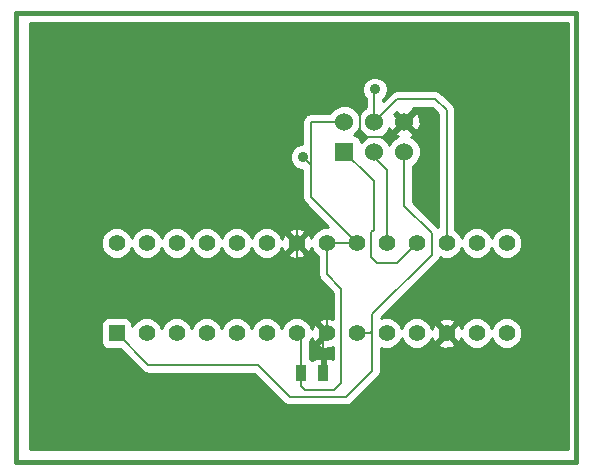
<source format=gbl>
G04 (created by PCBNEW-RS274X (2010-00-09 BZR 23xx)-stable) date Sun 16 Oct 2011 03:03:08 PM EDT*
G01*
G70*
G90*
%MOIN*%
G04 Gerber Fmt 3.4, Leading zero omitted, Abs format*
%FSLAX34Y34*%
G04 APERTURE LIST*
%ADD10C,0.006000*%
%ADD11C,0.015000*%
%ADD12C,0.055000*%
%ADD13R,0.055000X0.055000*%
%ADD14R,0.060000X0.060000*%
%ADD15C,0.060000*%
%ADD16R,0.035000X0.055000*%
%ADD17C,0.035000*%
%ADD18C,0.008000*%
%ADD19C,0.010000*%
G04 APERTURE END LIST*
G54D10*
G54D11*
X25260Y-21640D02*
X25270Y-21640D01*
X25260Y-36610D02*
X25260Y-21640D01*
X43910Y-36610D02*
X25260Y-36610D01*
X43910Y-21630D02*
X43910Y-36610D01*
X25280Y-21630D02*
X43910Y-21630D01*
G54D12*
X29600Y-32300D03*
X30600Y-32300D03*
X31600Y-32300D03*
X32600Y-32300D03*
X33600Y-32300D03*
X34600Y-32300D03*
X35600Y-32300D03*
X36600Y-32300D03*
X37600Y-32300D03*
X38600Y-32300D03*
X39600Y-32300D03*
X40600Y-32300D03*
X41600Y-32300D03*
G54D13*
X28600Y-32300D03*
G54D12*
X41600Y-29300D03*
X40600Y-29300D03*
X39600Y-29300D03*
X38600Y-29300D03*
X37600Y-29300D03*
X36600Y-29300D03*
X35600Y-29300D03*
X34600Y-29300D03*
X33600Y-29300D03*
X32600Y-29300D03*
X31600Y-29300D03*
X30600Y-29300D03*
X29600Y-29300D03*
X28600Y-29300D03*
G54D14*
X36190Y-26250D03*
G54D15*
X36190Y-25250D03*
X37190Y-26250D03*
X37190Y-25250D03*
X38190Y-26250D03*
X38190Y-25250D03*
G54D16*
X34745Y-33640D03*
X35495Y-33640D03*
G54D17*
X32880Y-23730D03*
X37210Y-24180D03*
X34800Y-26430D03*
G54D18*
X34600Y-29300D02*
X34600Y-27940D01*
X32880Y-26220D02*
X32880Y-23730D01*
X34600Y-27940D02*
X32880Y-26220D01*
X38190Y-25250D02*
X37690Y-25750D01*
X33590Y-24440D02*
X32880Y-23730D01*
X33590Y-24440D02*
X36220Y-24440D01*
X36220Y-24440D02*
X36700Y-24920D01*
X36700Y-24920D02*
X36700Y-25580D01*
X36700Y-25580D02*
X36870Y-25750D01*
X36870Y-25750D02*
X37690Y-25750D01*
X35495Y-33640D02*
X35495Y-32405D01*
X35495Y-32405D02*
X35600Y-32300D01*
X34600Y-29300D02*
X34600Y-30030D01*
X35600Y-31030D02*
X35600Y-32300D01*
X34600Y-30030D02*
X35600Y-31030D01*
X36600Y-32300D02*
X37060Y-32300D01*
X37060Y-32300D02*
X37120Y-32240D01*
X38190Y-26250D02*
X38190Y-28060D01*
X29660Y-33360D02*
X28600Y-32300D01*
X33310Y-33360D02*
X29660Y-33360D01*
X34370Y-34420D02*
X33310Y-33360D01*
X36250Y-34420D02*
X34370Y-34420D01*
X37120Y-33550D02*
X36250Y-34420D01*
X37120Y-31670D02*
X37120Y-32240D01*
X37120Y-32240D02*
X37120Y-33550D01*
X39100Y-29690D02*
X37120Y-31670D01*
X39100Y-28970D02*
X39100Y-29690D01*
X38190Y-28060D02*
X39100Y-28970D01*
X37190Y-26250D02*
X37190Y-26440D01*
X37600Y-26850D02*
X37600Y-29300D01*
X37190Y-26440D02*
X37600Y-26850D01*
X36190Y-26250D02*
X37010Y-27070D01*
X37950Y-29950D02*
X38600Y-29300D01*
X37280Y-29950D02*
X37950Y-29950D01*
X37090Y-29760D02*
X37280Y-29950D01*
X37090Y-28930D02*
X37090Y-29760D01*
X37170Y-28850D02*
X37090Y-28930D01*
X37170Y-27230D02*
X37170Y-28850D01*
X37010Y-27070D02*
X37170Y-27230D01*
X39600Y-29300D02*
X39600Y-24880D01*
X37940Y-24500D02*
X37190Y-25250D01*
X39220Y-24500D02*
X37940Y-24500D01*
X39600Y-24880D02*
X39220Y-24500D01*
X37190Y-24200D02*
X37190Y-25250D01*
X37210Y-24180D02*
X37190Y-24200D01*
X35600Y-29300D02*
X35600Y-30340D01*
X34745Y-34055D02*
X34745Y-33640D01*
X34890Y-34200D02*
X34745Y-34055D01*
X35860Y-34200D02*
X34890Y-34200D01*
X36090Y-33970D02*
X35860Y-34200D01*
X36090Y-30830D02*
X36090Y-33970D01*
X35600Y-30340D02*
X36090Y-30830D01*
X35070Y-26810D02*
X35070Y-26700D01*
X35070Y-26700D02*
X34800Y-26430D01*
X35600Y-29300D02*
X36600Y-29300D01*
X36600Y-29300D02*
X35070Y-27770D01*
X35070Y-27770D02*
X35070Y-26810D01*
X35070Y-26810D02*
X35070Y-25260D01*
X35070Y-25260D02*
X35080Y-25250D01*
X35080Y-25250D02*
X36190Y-25250D01*
X34745Y-33640D02*
X34745Y-32445D01*
X34745Y-32445D02*
X34600Y-32300D01*
G54D19*
X25730Y-21960D02*
X43635Y-21960D01*
X25730Y-22040D02*
X43635Y-22040D01*
X25730Y-22120D02*
X43635Y-22120D01*
X25730Y-22200D02*
X43635Y-22200D01*
X25730Y-22280D02*
X43635Y-22280D01*
X25730Y-22360D02*
X43635Y-22360D01*
X25730Y-22440D02*
X43635Y-22440D01*
X25730Y-22520D02*
X43635Y-22520D01*
X25730Y-22600D02*
X43635Y-22600D01*
X25730Y-22680D02*
X43635Y-22680D01*
X25730Y-22760D02*
X43635Y-22760D01*
X25730Y-22840D02*
X43635Y-22840D01*
X25730Y-22920D02*
X43635Y-22920D01*
X25730Y-23000D02*
X43635Y-23000D01*
X25730Y-23080D02*
X43635Y-23080D01*
X25730Y-23160D02*
X43635Y-23160D01*
X25730Y-23240D02*
X43635Y-23240D01*
X25730Y-23320D02*
X43635Y-23320D01*
X25730Y-23400D02*
X43635Y-23400D01*
X25730Y-23480D02*
X43635Y-23480D01*
X25730Y-23560D02*
X43635Y-23560D01*
X25730Y-23640D02*
X43635Y-23640D01*
X25730Y-23720D02*
X43635Y-23720D01*
X25730Y-23800D02*
X37017Y-23800D01*
X37403Y-23800D02*
X43635Y-23800D01*
X25730Y-23880D02*
X36909Y-23880D01*
X37511Y-23880D02*
X43635Y-23880D01*
X25730Y-23960D02*
X36842Y-23960D01*
X37580Y-23960D02*
X43635Y-23960D01*
X25730Y-24040D02*
X36808Y-24040D01*
X37613Y-24040D02*
X43635Y-24040D01*
X25730Y-24120D02*
X36785Y-24120D01*
X37635Y-24120D02*
X43635Y-24120D01*
X25730Y-24200D02*
X36785Y-24200D01*
X37635Y-24200D02*
X43635Y-24200D01*
X25730Y-24280D02*
X36791Y-24280D01*
X37628Y-24280D02*
X37757Y-24280D01*
X39403Y-24280D02*
X43635Y-24280D01*
X25730Y-24360D02*
X36824Y-24360D01*
X37595Y-24360D02*
X37669Y-24360D01*
X39490Y-24360D02*
X43635Y-24360D01*
X25730Y-24440D02*
X36869Y-24440D01*
X37551Y-24440D02*
X37589Y-24440D01*
X39570Y-24440D02*
X43635Y-24440D01*
X25730Y-24520D02*
X36900Y-24520D01*
X37480Y-24520D02*
X37509Y-24520D01*
X39650Y-24520D02*
X43635Y-24520D01*
X25730Y-24600D02*
X36900Y-24600D01*
X39730Y-24600D02*
X43635Y-24600D01*
X25730Y-24680D02*
X36900Y-24680D01*
X39809Y-24680D02*
X43635Y-24680D01*
X25730Y-24760D02*
X35940Y-24760D01*
X36441Y-24760D02*
X36900Y-24760D01*
X39862Y-24760D02*
X43635Y-24760D01*
X25730Y-24840D02*
X35824Y-24840D01*
X36556Y-24840D02*
X36824Y-24840D01*
X39883Y-24840D02*
X43635Y-24840D01*
X25730Y-24920D02*
X35744Y-24920D01*
X36636Y-24920D02*
X36744Y-24920D01*
X39890Y-24920D02*
X43635Y-24920D01*
X25730Y-25000D02*
X34943Y-25000D01*
X36681Y-25000D02*
X36700Y-25000D01*
X39890Y-25000D02*
X43635Y-25000D01*
X25730Y-25080D02*
X34849Y-25080D01*
X39890Y-25080D02*
X43635Y-25080D01*
X25730Y-25160D02*
X34800Y-25160D01*
X39890Y-25160D02*
X43635Y-25160D01*
X25730Y-25240D02*
X34784Y-25240D01*
X39890Y-25240D02*
X43635Y-25240D01*
X25730Y-25320D02*
X34780Y-25320D01*
X39890Y-25320D02*
X43635Y-25320D01*
X25730Y-25400D02*
X34780Y-25400D01*
X39890Y-25400D02*
X43635Y-25400D01*
X25730Y-25480D02*
X34780Y-25480D01*
X39890Y-25480D02*
X43635Y-25480D01*
X25730Y-25560D02*
X34780Y-25560D01*
X39890Y-25560D02*
X43635Y-25560D01*
X25730Y-25640D02*
X34780Y-25640D01*
X39890Y-25640D02*
X43635Y-25640D01*
X25730Y-25720D02*
X34780Y-25720D01*
X39890Y-25720D02*
X43635Y-25720D01*
X25730Y-25800D02*
X34780Y-25800D01*
X39890Y-25800D02*
X43635Y-25800D01*
X25730Y-25880D02*
X34780Y-25880D01*
X39890Y-25880D02*
X43635Y-25880D01*
X25730Y-25960D02*
X34780Y-25960D01*
X39890Y-25960D02*
X43635Y-25960D01*
X25730Y-26040D02*
X34631Y-26040D01*
X39890Y-26040D02*
X43635Y-26040D01*
X25730Y-26120D02*
X34509Y-26120D01*
X39890Y-26120D02*
X43635Y-26120D01*
X25730Y-26200D02*
X34436Y-26200D01*
X39890Y-26200D02*
X43635Y-26200D01*
X25730Y-26280D02*
X34403Y-26280D01*
X39890Y-26280D02*
X43635Y-26280D01*
X25730Y-26360D02*
X34375Y-26360D01*
X39890Y-26360D02*
X43635Y-26360D01*
X25730Y-26440D02*
X34375Y-26440D01*
X39890Y-26440D02*
X43635Y-26440D01*
X25730Y-26520D02*
X34377Y-26520D01*
X39890Y-26520D02*
X43635Y-26520D01*
X25730Y-26600D02*
X34410Y-26600D01*
X39890Y-26600D02*
X43635Y-26600D01*
X25730Y-26680D02*
X34449Y-26680D01*
X39890Y-26680D02*
X43635Y-26680D01*
X25730Y-26760D02*
X34529Y-26760D01*
X39890Y-26760D02*
X43635Y-26760D01*
X25730Y-26840D02*
X34679Y-26840D01*
X39890Y-26840D02*
X43635Y-26840D01*
X25730Y-26920D02*
X34780Y-26920D01*
X39890Y-26920D02*
X43635Y-26920D01*
X25730Y-27000D02*
X34780Y-27000D01*
X39890Y-27000D02*
X43635Y-27000D01*
X25730Y-27080D02*
X34780Y-27080D01*
X39890Y-27080D02*
X43635Y-27080D01*
X25730Y-27160D02*
X34780Y-27160D01*
X39890Y-27160D02*
X43635Y-27160D01*
X25730Y-27240D02*
X34780Y-27240D01*
X39890Y-27240D02*
X43635Y-27240D01*
X25730Y-27320D02*
X34780Y-27320D01*
X39890Y-27320D02*
X43635Y-27320D01*
X25730Y-27400D02*
X34780Y-27400D01*
X39890Y-27400D02*
X43635Y-27400D01*
X25730Y-27480D02*
X34780Y-27480D01*
X39890Y-27480D02*
X43635Y-27480D01*
X25730Y-27560D02*
X34780Y-27560D01*
X39890Y-27560D02*
X43635Y-27560D01*
X25730Y-27640D02*
X34780Y-27640D01*
X39890Y-27640D02*
X43635Y-27640D01*
X25730Y-27720D02*
X34780Y-27720D01*
X39890Y-27720D02*
X43635Y-27720D01*
X25730Y-27800D02*
X34785Y-27800D01*
X39890Y-27800D02*
X43635Y-27800D01*
X25730Y-27880D02*
X34801Y-27880D01*
X39890Y-27880D02*
X43635Y-27880D01*
X25730Y-27960D02*
X34854Y-27960D01*
X39890Y-27960D02*
X43635Y-27960D01*
X25730Y-28040D02*
X34929Y-28040D01*
X39890Y-28040D02*
X43635Y-28040D01*
X25730Y-28120D02*
X35009Y-28120D01*
X39890Y-28120D02*
X43635Y-28120D01*
X25730Y-28200D02*
X35089Y-28200D01*
X39890Y-28200D02*
X43635Y-28200D01*
X25730Y-28280D02*
X35169Y-28280D01*
X39890Y-28280D02*
X43635Y-28280D01*
X25730Y-28360D02*
X35249Y-28360D01*
X39890Y-28360D02*
X43635Y-28360D01*
X25730Y-28440D02*
X35329Y-28440D01*
X39890Y-28440D02*
X43635Y-28440D01*
X25730Y-28520D02*
X35409Y-28520D01*
X39890Y-28520D02*
X43635Y-28520D01*
X25730Y-28600D02*
X35489Y-28600D01*
X39890Y-28600D02*
X43635Y-28600D01*
X25730Y-28680D02*
X35569Y-28680D01*
X39890Y-28680D02*
X43635Y-28680D01*
X25730Y-28760D02*
X35649Y-28760D01*
X39890Y-28760D02*
X43635Y-28760D01*
X25730Y-28840D02*
X28340Y-28840D01*
X28862Y-28840D02*
X29340Y-28840D01*
X29862Y-28840D02*
X30340Y-28840D01*
X30862Y-28840D02*
X31340Y-28840D01*
X31862Y-28840D02*
X32340Y-28840D01*
X32862Y-28840D02*
X33340Y-28840D01*
X33862Y-28840D02*
X34353Y-28840D01*
X34844Y-28840D02*
X35340Y-28840D01*
X39890Y-28840D02*
X40340Y-28840D01*
X40862Y-28840D02*
X41340Y-28840D01*
X41862Y-28840D02*
X43635Y-28840D01*
X25730Y-28920D02*
X28238Y-28920D01*
X28963Y-28920D02*
X29238Y-28920D01*
X29963Y-28920D02*
X30238Y-28920D01*
X30963Y-28920D02*
X31238Y-28920D01*
X31963Y-28920D02*
X32238Y-28920D01*
X32963Y-28920D02*
X33238Y-28920D01*
X33963Y-28920D02*
X34315Y-28920D01*
X34886Y-28920D02*
X35238Y-28920D01*
X39963Y-28920D02*
X40238Y-28920D01*
X40963Y-28920D02*
X41238Y-28920D01*
X41963Y-28920D02*
X43635Y-28920D01*
X25730Y-29000D02*
X28158Y-29000D01*
X29043Y-29000D02*
X29158Y-29000D01*
X30043Y-29000D02*
X30158Y-29000D01*
X31043Y-29000D02*
X31158Y-29000D01*
X32043Y-29000D02*
X32158Y-29000D01*
X33043Y-29000D02*
X33158Y-29000D01*
X34043Y-29000D02*
X34371Y-29000D01*
X34829Y-29000D02*
X35158Y-29000D01*
X40043Y-29000D02*
X40158Y-29000D01*
X41043Y-29000D02*
X41158Y-29000D01*
X42043Y-29000D02*
X43635Y-29000D01*
X25730Y-29080D02*
X28123Y-29080D01*
X29077Y-29080D02*
X29123Y-29080D01*
X30077Y-29080D02*
X30123Y-29080D01*
X31077Y-29080D02*
X31123Y-29080D01*
X32077Y-29080D02*
X32123Y-29080D01*
X33077Y-29080D02*
X33123Y-29080D01*
X34077Y-29080D02*
X34132Y-29080D01*
X34309Y-29080D02*
X34451Y-29080D01*
X34749Y-29080D02*
X34891Y-29080D01*
X35071Y-29080D02*
X35123Y-29080D01*
X40077Y-29080D02*
X40123Y-29080D01*
X41077Y-29080D02*
X41123Y-29080D01*
X42077Y-29080D02*
X43635Y-29080D01*
X25730Y-29160D02*
X28090Y-29160D01*
X34389Y-29160D02*
X34531Y-29160D01*
X34669Y-29160D02*
X34811Y-29160D01*
X42111Y-29160D02*
X43635Y-29160D01*
X25730Y-29240D02*
X28075Y-29240D01*
X34469Y-29240D02*
X34731Y-29240D01*
X42125Y-29240D02*
X43635Y-29240D01*
X25730Y-29320D02*
X28075Y-29320D01*
X34509Y-29320D02*
X34691Y-29320D01*
X42125Y-29320D02*
X43635Y-29320D01*
X25730Y-29400D02*
X28075Y-29400D01*
X34429Y-29400D02*
X34571Y-29400D01*
X34629Y-29400D02*
X34771Y-29400D01*
X42125Y-29400D02*
X43635Y-29400D01*
X25730Y-29480D02*
X28106Y-29480D01*
X29093Y-29480D02*
X29106Y-29480D01*
X30093Y-29480D02*
X30106Y-29480D01*
X31093Y-29480D02*
X31106Y-29480D01*
X32093Y-29480D02*
X32106Y-29480D01*
X33093Y-29480D02*
X33106Y-29480D01*
X34093Y-29480D02*
X34112Y-29480D01*
X34349Y-29480D02*
X34491Y-29480D01*
X34709Y-29480D02*
X34851Y-29480D01*
X35081Y-29480D02*
X35106Y-29480D01*
X40093Y-29480D02*
X40106Y-29480D01*
X41093Y-29480D02*
X41106Y-29480D01*
X42093Y-29480D02*
X43635Y-29480D01*
X25730Y-29560D02*
X28139Y-29560D01*
X29060Y-29560D02*
X29139Y-29560D01*
X30060Y-29560D02*
X30139Y-29560D01*
X31060Y-29560D02*
X31139Y-29560D01*
X32060Y-29560D02*
X32139Y-29560D01*
X33060Y-29560D02*
X33139Y-29560D01*
X34060Y-29560D02*
X34145Y-29560D01*
X34269Y-29560D02*
X34411Y-29560D01*
X34789Y-29560D02*
X34931Y-29560D01*
X35054Y-29560D02*
X35139Y-29560D01*
X40060Y-29560D02*
X40139Y-29560D01*
X41060Y-29560D02*
X41139Y-29560D01*
X42060Y-29560D02*
X43635Y-29560D01*
X25730Y-29640D02*
X28197Y-29640D01*
X29002Y-29640D02*
X29197Y-29640D01*
X30002Y-29640D02*
X30197Y-29640D01*
X31002Y-29640D02*
X31197Y-29640D01*
X32002Y-29640D02*
X32197Y-29640D01*
X33002Y-29640D02*
X33197Y-29640D01*
X34002Y-29640D02*
X34331Y-29640D01*
X34869Y-29640D02*
X35197Y-29640D01*
X40002Y-29640D02*
X40197Y-29640D01*
X41002Y-29640D02*
X41197Y-29640D01*
X42002Y-29640D02*
X43635Y-29640D01*
X25730Y-29720D02*
X28277Y-29720D01*
X28922Y-29720D02*
X29277Y-29720D01*
X29922Y-29720D02*
X30277Y-29720D01*
X30922Y-29720D02*
X31277Y-29720D01*
X31922Y-29720D02*
X32277Y-29720D01*
X32922Y-29720D02*
X33277Y-29720D01*
X33922Y-29720D02*
X34324Y-29720D01*
X34875Y-29720D02*
X35277Y-29720D01*
X39922Y-29720D02*
X40277Y-29720D01*
X40922Y-29720D02*
X41277Y-29720D01*
X41922Y-29720D02*
X43635Y-29720D01*
X25730Y-29800D02*
X28434Y-29800D01*
X28764Y-29800D02*
X29434Y-29800D01*
X29764Y-29800D02*
X30434Y-29800D01*
X30764Y-29800D02*
X31434Y-29800D01*
X31764Y-29800D02*
X32434Y-29800D01*
X32764Y-29800D02*
X33434Y-29800D01*
X33764Y-29800D02*
X34471Y-29800D01*
X34749Y-29800D02*
X35310Y-29800D01*
X39368Y-29800D02*
X39435Y-29800D01*
X39764Y-29800D02*
X40434Y-29800D01*
X40764Y-29800D02*
X41434Y-29800D01*
X41764Y-29800D02*
X43635Y-29800D01*
X25730Y-29880D02*
X35310Y-29880D01*
X39315Y-29880D02*
X43635Y-29880D01*
X25730Y-29960D02*
X35310Y-29960D01*
X39240Y-29960D02*
X43635Y-29960D01*
X25730Y-30040D02*
X35310Y-30040D01*
X39160Y-30040D02*
X43635Y-30040D01*
X25730Y-30120D02*
X35310Y-30120D01*
X39080Y-30120D02*
X43635Y-30120D01*
X25730Y-30200D02*
X35310Y-30200D01*
X39000Y-30200D02*
X43635Y-30200D01*
X25730Y-30280D02*
X35310Y-30280D01*
X38920Y-30280D02*
X43635Y-30280D01*
X25730Y-30360D02*
X35313Y-30360D01*
X38840Y-30360D02*
X43635Y-30360D01*
X25730Y-30440D02*
X35329Y-30440D01*
X38760Y-30440D02*
X43635Y-30440D01*
X25730Y-30520D02*
X35378Y-30520D01*
X38680Y-30520D02*
X43635Y-30520D01*
X25730Y-30600D02*
X35450Y-30600D01*
X38600Y-30600D02*
X43635Y-30600D01*
X25730Y-30680D02*
X35530Y-30680D01*
X38520Y-30680D02*
X43635Y-30680D01*
X25730Y-30760D02*
X35610Y-30760D01*
X38440Y-30760D02*
X43635Y-30760D01*
X25730Y-30840D02*
X35690Y-30840D01*
X38360Y-30840D02*
X43635Y-30840D01*
X25730Y-30920D02*
X35770Y-30920D01*
X38280Y-30920D02*
X43635Y-30920D01*
X25730Y-31000D02*
X35800Y-31000D01*
X38200Y-31000D02*
X43635Y-31000D01*
X25730Y-31080D02*
X35800Y-31080D01*
X38120Y-31080D02*
X43635Y-31080D01*
X25730Y-31160D02*
X35800Y-31160D01*
X38040Y-31160D02*
X43635Y-31160D01*
X25730Y-31240D02*
X35800Y-31240D01*
X37960Y-31240D02*
X43635Y-31240D01*
X25730Y-31320D02*
X35800Y-31320D01*
X37880Y-31320D02*
X43635Y-31320D01*
X25730Y-31400D02*
X35800Y-31400D01*
X37800Y-31400D02*
X43635Y-31400D01*
X25730Y-31480D02*
X35800Y-31480D01*
X37720Y-31480D02*
X43635Y-31480D01*
X25730Y-31560D02*
X35800Y-31560D01*
X37640Y-31560D02*
X43635Y-31560D01*
X25730Y-31640D02*
X35800Y-31640D01*
X37560Y-31640D02*
X43635Y-31640D01*
X25730Y-31720D02*
X35800Y-31720D01*
X37480Y-31720D02*
X43635Y-31720D01*
X25730Y-31800D02*
X28218Y-31800D01*
X28983Y-31800D02*
X29436Y-31800D01*
X29766Y-31800D02*
X30436Y-31800D01*
X30766Y-31800D02*
X31436Y-31800D01*
X31766Y-31800D02*
X32436Y-31800D01*
X32766Y-31800D02*
X33435Y-31800D01*
X33766Y-31800D02*
X34436Y-31800D01*
X34766Y-31800D02*
X35451Y-31800D01*
X35730Y-31800D02*
X35800Y-31800D01*
X37410Y-31800D02*
X37435Y-31800D01*
X37766Y-31800D02*
X38436Y-31800D01*
X38766Y-31800D02*
X39451Y-31800D01*
X39729Y-31800D02*
X40436Y-31800D01*
X40766Y-31800D02*
X41436Y-31800D01*
X41766Y-31800D02*
X43635Y-31800D01*
X25730Y-31880D02*
X28118Y-31880D01*
X29082Y-31880D02*
X29278Y-31880D01*
X29923Y-31880D02*
X30278Y-31880D01*
X30923Y-31880D02*
X31278Y-31880D01*
X31923Y-31880D02*
X32278Y-31880D01*
X32923Y-31880D02*
X33278Y-31880D01*
X33923Y-31880D02*
X34278Y-31880D01*
X34923Y-31880D02*
X35325Y-31880D01*
X37923Y-31880D02*
X38278Y-31880D01*
X38923Y-31880D02*
X39325Y-31880D01*
X39876Y-31880D02*
X40278Y-31880D01*
X40923Y-31880D02*
X41278Y-31880D01*
X41923Y-31880D02*
X43635Y-31880D01*
X25730Y-31960D02*
X28083Y-31960D01*
X29118Y-31960D02*
X29198Y-31960D01*
X30003Y-31960D02*
X30198Y-31960D01*
X31003Y-31960D02*
X31198Y-31960D01*
X32003Y-31960D02*
X32198Y-31960D01*
X33003Y-31960D02*
X33198Y-31960D01*
X34003Y-31960D02*
X34198Y-31960D01*
X35003Y-31960D02*
X35331Y-31960D01*
X38003Y-31960D02*
X38198Y-31960D01*
X39003Y-31960D02*
X39331Y-31960D01*
X39869Y-31960D02*
X40198Y-31960D01*
X41003Y-31960D02*
X41198Y-31960D01*
X42003Y-31960D02*
X43635Y-31960D01*
X25730Y-32040D02*
X28076Y-32040D01*
X29124Y-32040D02*
X29140Y-32040D01*
X30061Y-32040D02*
X30139Y-32040D01*
X31061Y-32040D02*
X31139Y-32040D01*
X32061Y-32040D02*
X32139Y-32040D01*
X33061Y-32040D02*
X33139Y-32040D01*
X34061Y-32040D02*
X34139Y-32040D01*
X35061Y-32040D02*
X35146Y-32040D01*
X35269Y-32040D02*
X35411Y-32040D01*
X38061Y-32040D02*
X38139Y-32040D01*
X39061Y-32040D02*
X39146Y-32040D01*
X39269Y-32040D02*
X39411Y-32040D01*
X39789Y-32040D02*
X39931Y-32040D01*
X40055Y-32040D02*
X40139Y-32040D01*
X41061Y-32040D02*
X41139Y-32040D01*
X42061Y-32040D02*
X43635Y-32040D01*
X25730Y-32120D02*
X28076Y-32120D01*
X30093Y-32120D02*
X30106Y-32120D01*
X31093Y-32120D02*
X31106Y-32120D01*
X32093Y-32120D02*
X32106Y-32120D01*
X33093Y-32120D02*
X33106Y-32120D01*
X34093Y-32120D02*
X34106Y-32120D01*
X35094Y-32120D02*
X35118Y-32120D01*
X35349Y-32120D02*
X35491Y-32120D01*
X38093Y-32120D02*
X38106Y-32120D01*
X39094Y-32120D02*
X39118Y-32120D01*
X39349Y-32120D02*
X39491Y-32120D01*
X39709Y-32120D02*
X39851Y-32120D01*
X40088Y-32120D02*
X40106Y-32120D01*
X41093Y-32120D02*
X41106Y-32120D01*
X42094Y-32120D02*
X43635Y-32120D01*
X25730Y-32200D02*
X28076Y-32200D01*
X35429Y-32200D02*
X35571Y-32200D01*
X39429Y-32200D02*
X39571Y-32200D01*
X39629Y-32200D02*
X39771Y-32200D01*
X42125Y-32200D02*
X43635Y-32200D01*
X25730Y-32280D02*
X28076Y-32280D01*
X35509Y-32280D02*
X35651Y-32280D01*
X39509Y-32280D02*
X39691Y-32280D01*
X42125Y-32280D02*
X43635Y-32280D01*
X25730Y-32360D02*
X28076Y-32360D01*
X35469Y-32360D02*
X35611Y-32360D01*
X39469Y-32360D02*
X39731Y-32360D01*
X42125Y-32360D02*
X43635Y-32360D01*
X25730Y-32440D02*
X28076Y-32440D01*
X35389Y-32440D02*
X35531Y-32440D01*
X39389Y-32440D02*
X39531Y-32440D01*
X39669Y-32440D02*
X39811Y-32440D01*
X42110Y-32440D02*
X43635Y-32440D01*
X25730Y-32520D02*
X28076Y-32520D01*
X35077Y-32520D02*
X35128Y-32520D01*
X35309Y-32520D02*
X35451Y-32520D01*
X38077Y-32520D02*
X38123Y-32520D01*
X39077Y-32520D02*
X39128Y-32520D01*
X39309Y-32520D02*
X39451Y-32520D01*
X39749Y-32520D02*
X39891Y-32520D01*
X40068Y-32520D02*
X40122Y-32520D01*
X41077Y-32520D02*
X41123Y-32520D01*
X42077Y-32520D02*
X43635Y-32520D01*
X25730Y-32600D02*
X28076Y-32600D01*
X35042Y-32600D02*
X35371Y-32600D01*
X38042Y-32600D02*
X38157Y-32600D01*
X39042Y-32600D02*
X39371Y-32600D01*
X39829Y-32600D02*
X40157Y-32600D01*
X41042Y-32600D02*
X41157Y-32600D01*
X42042Y-32600D02*
X43635Y-32600D01*
X25730Y-32680D02*
X28099Y-32680D01*
X35035Y-32680D02*
X35314Y-32680D01*
X37962Y-32680D02*
X38237Y-32680D01*
X38962Y-32680D02*
X39314Y-32680D01*
X39885Y-32680D02*
X40237Y-32680D01*
X40962Y-32680D02*
X41237Y-32680D01*
X41962Y-32680D02*
X43635Y-32680D01*
X25730Y-32760D02*
X28158Y-32760D01*
X35035Y-32760D02*
X35356Y-32760D01*
X37860Y-32760D02*
X38338Y-32760D01*
X38860Y-32760D02*
X39356Y-32760D01*
X39847Y-32760D02*
X40338Y-32760D01*
X40860Y-32760D02*
X41338Y-32760D01*
X41860Y-32760D02*
X43635Y-32760D01*
X25730Y-32840D02*
X28729Y-32840D01*
X35035Y-32840D02*
X35800Y-32840D01*
X37410Y-32840D02*
X43635Y-32840D01*
X25730Y-32920D02*
X28809Y-32920D01*
X35035Y-32920D02*
X35800Y-32920D01*
X37410Y-32920D02*
X43635Y-32920D01*
X25730Y-33000D02*
X28889Y-33000D01*
X35035Y-33000D02*
X35800Y-33000D01*
X37410Y-33000D02*
X43635Y-33000D01*
X25730Y-33080D02*
X28969Y-33080D01*
X35035Y-33080D02*
X35800Y-33080D01*
X37410Y-33080D02*
X43635Y-33080D01*
X25730Y-33160D02*
X29049Y-33160D01*
X35067Y-33160D02*
X35173Y-33160D01*
X35428Y-33160D02*
X35562Y-33160D01*
X37410Y-33160D02*
X43635Y-33160D01*
X25730Y-33240D02*
X29129Y-33240D01*
X35445Y-33240D02*
X35545Y-33240D01*
X37410Y-33240D02*
X43635Y-33240D01*
X25730Y-33320D02*
X29209Y-33320D01*
X35445Y-33320D02*
X35545Y-33320D01*
X37410Y-33320D02*
X43635Y-33320D01*
X25730Y-33400D02*
X29289Y-33400D01*
X35445Y-33400D02*
X35545Y-33400D01*
X37410Y-33400D02*
X43635Y-33400D01*
X25730Y-33480D02*
X29369Y-33480D01*
X35445Y-33480D02*
X35545Y-33480D01*
X37410Y-33480D02*
X43635Y-33480D01*
X25730Y-33560D02*
X29449Y-33560D01*
X35445Y-33560D02*
X35545Y-33560D01*
X37408Y-33560D02*
X43635Y-33560D01*
X25730Y-33640D02*
X29609Y-33640D01*
X35445Y-33640D02*
X35545Y-33640D01*
X37392Y-33640D02*
X43635Y-33640D01*
X25730Y-33720D02*
X33259Y-33720D01*
X37348Y-33720D02*
X43635Y-33720D01*
X25730Y-33800D02*
X33339Y-33800D01*
X37280Y-33800D02*
X43635Y-33800D01*
X25730Y-33880D02*
X33419Y-33880D01*
X37200Y-33880D02*
X43635Y-33880D01*
X25730Y-33960D02*
X33499Y-33960D01*
X37120Y-33960D02*
X43635Y-33960D01*
X25730Y-34040D02*
X33579Y-34040D01*
X37040Y-34040D02*
X43635Y-34040D01*
X25730Y-34120D02*
X33659Y-34120D01*
X36960Y-34120D02*
X43635Y-34120D01*
X25730Y-34200D02*
X33739Y-34200D01*
X36880Y-34200D02*
X43635Y-34200D01*
X25730Y-34280D02*
X33819Y-34280D01*
X36800Y-34280D02*
X43635Y-34280D01*
X25730Y-34360D02*
X33899Y-34360D01*
X36720Y-34360D02*
X43635Y-34360D01*
X25730Y-34440D02*
X33979Y-34440D01*
X36640Y-34440D02*
X43635Y-34440D01*
X25730Y-34520D02*
X34059Y-34520D01*
X36560Y-34520D02*
X43635Y-34520D01*
X25730Y-34600D02*
X34139Y-34600D01*
X36480Y-34600D02*
X43635Y-34600D01*
X25730Y-34680D02*
X34247Y-34680D01*
X36372Y-34680D02*
X43635Y-34680D01*
X25730Y-34760D02*
X43635Y-34760D01*
X25730Y-34840D02*
X43635Y-34840D01*
X25730Y-34920D02*
X43635Y-34920D01*
X25730Y-35000D02*
X43635Y-35000D01*
X25730Y-35080D02*
X43635Y-35080D01*
X25730Y-35160D02*
X43635Y-35160D01*
X25730Y-35240D02*
X43635Y-35240D01*
X25730Y-35320D02*
X43635Y-35320D01*
X25730Y-35400D02*
X43635Y-35400D01*
X25730Y-35480D02*
X43635Y-35480D01*
X25730Y-35560D02*
X43635Y-35560D01*
X25730Y-35640D02*
X43635Y-35640D01*
X25730Y-35720D02*
X43635Y-35720D01*
X25730Y-35800D02*
X43635Y-35800D01*
X25730Y-35880D02*
X43635Y-35880D01*
X25730Y-35960D02*
X43635Y-35960D01*
X25730Y-36040D02*
X43635Y-36040D01*
X25730Y-36120D02*
X43635Y-36120D01*
X38474Y-24790D02*
X39099Y-24790D01*
X38498Y-24870D02*
X39179Y-24870D01*
X37961Y-24950D02*
X37961Y-24950D01*
X38419Y-24950D02*
X38561Y-24950D01*
X38596Y-24950D02*
X39259Y-24950D01*
X37899Y-25030D02*
X37899Y-25030D01*
X38041Y-25030D02*
X38041Y-25030D01*
X38338Y-25030D02*
X38481Y-25030D01*
X38687Y-25030D02*
X39310Y-25030D01*
X37979Y-25110D02*
X37979Y-25110D01*
X38121Y-25110D02*
X38121Y-25110D01*
X38257Y-25110D02*
X38401Y-25110D01*
X38720Y-25110D02*
X39310Y-25110D01*
X38059Y-25190D02*
X38059Y-25190D01*
X38177Y-25190D02*
X38321Y-25190D01*
X38726Y-25190D02*
X39310Y-25190D01*
X38099Y-25270D02*
X38280Y-25270D01*
X38730Y-25270D02*
X39310Y-25270D01*
X38019Y-25350D02*
X38161Y-25350D01*
X38220Y-25350D02*
X38360Y-25350D01*
X38725Y-25350D02*
X39310Y-25350D01*
X37939Y-25430D02*
X38081Y-25430D01*
X38300Y-25430D02*
X38440Y-25430D01*
X38697Y-25430D02*
X39310Y-25430D01*
X37675Y-25510D02*
X37709Y-25510D01*
X37859Y-25510D02*
X38001Y-25510D01*
X38380Y-25510D02*
X38520Y-25510D01*
X38669Y-25510D02*
X39310Y-25510D01*
X37626Y-25590D02*
X37921Y-25590D01*
X38460Y-25590D02*
X39310Y-25590D01*
X37546Y-25670D02*
X37894Y-25670D01*
X38485Y-25670D02*
X39310Y-25670D01*
X37416Y-25750D02*
X37963Y-25750D01*
X38417Y-25750D02*
X39310Y-25750D01*
X37546Y-25830D02*
X37834Y-25830D01*
X38546Y-25830D02*
X39310Y-25830D01*
X37626Y-25910D02*
X37754Y-25910D01*
X38626Y-25910D02*
X39310Y-25910D01*
X37677Y-25990D02*
X37704Y-25990D01*
X38677Y-25990D02*
X39310Y-25990D01*
X38710Y-26070D02*
X39310Y-26070D01*
X38739Y-26150D02*
X39310Y-26150D01*
X38739Y-26230D02*
X39310Y-26230D01*
X38739Y-26310D02*
X39310Y-26310D01*
X38726Y-26390D02*
X39310Y-26390D01*
X38692Y-26470D02*
X39310Y-26470D01*
X38659Y-26550D02*
X39310Y-26550D01*
X38586Y-26630D02*
X39310Y-26630D01*
X38506Y-26710D02*
X39310Y-26710D01*
X38480Y-26790D02*
X39310Y-26790D01*
X38480Y-26870D02*
X39310Y-26870D01*
X38480Y-26950D02*
X39310Y-26950D01*
X38480Y-27030D02*
X39310Y-27030D01*
X38480Y-27110D02*
X39310Y-27110D01*
X38480Y-27190D02*
X39310Y-27190D01*
X38480Y-27270D02*
X39310Y-27270D01*
X38480Y-27350D02*
X39310Y-27350D01*
X38480Y-27430D02*
X39310Y-27430D01*
X38480Y-27510D02*
X39310Y-27510D01*
X38480Y-27590D02*
X39310Y-27590D01*
X38480Y-27670D02*
X39310Y-27670D01*
X38480Y-27750D02*
X39310Y-27750D01*
X38480Y-27830D02*
X39310Y-27830D01*
X38480Y-27910D02*
X39310Y-27910D01*
X38530Y-27990D02*
X39310Y-27990D01*
X38610Y-28070D02*
X39310Y-28070D01*
X38690Y-28150D02*
X39310Y-28150D01*
X38770Y-28230D02*
X39310Y-28230D01*
X38850Y-28310D02*
X39310Y-28310D01*
X38930Y-28390D02*
X39310Y-28390D01*
X39010Y-28470D02*
X39310Y-28470D01*
X39090Y-28550D02*
X39310Y-28550D01*
X39170Y-28630D02*
X39310Y-28630D01*
X39250Y-28710D02*
X39310Y-28710D01*
X36690Y-25476D02*
X36690Y-25476D01*
X36657Y-25556D02*
X36722Y-25556D01*
X36580Y-25636D02*
X36800Y-25636D01*
X36576Y-25716D02*
X36881Y-25716D01*
X36688Y-25796D02*
X36868Y-25796D01*
X36729Y-25876D02*
X36788Y-25876D01*
X43635Y-36180D02*
X43635Y-21960D01*
X25730Y-21960D01*
X25730Y-36180D01*
X34370Y-36180D01*
X34370Y-34710D01*
X34259Y-34688D01*
X34164Y-34624D01*
X33189Y-33650D01*
X29660Y-33650D01*
X29549Y-33628D01*
X29454Y-33564D01*
X28713Y-32824D01*
X28275Y-32824D01*
X28184Y-32786D01*
X28114Y-32716D01*
X28076Y-32624D01*
X28076Y-31975D01*
X28114Y-31884D01*
X28184Y-31814D01*
X28276Y-31776D01*
X28925Y-31776D01*
X29016Y-31814D01*
X29086Y-31884D01*
X29124Y-31976D01*
X29124Y-32076D01*
X29155Y-32002D01*
X29303Y-31855D01*
X29496Y-31775D01*
X29705Y-31775D01*
X29898Y-31855D01*
X30045Y-32003D01*
X30099Y-32135D01*
X30155Y-32002D01*
X30303Y-31855D01*
X30496Y-31775D01*
X30705Y-31775D01*
X30898Y-31855D01*
X31045Y-32003D01*
X31099Y-32135D01*
X31155Y-32002D01*
X31303Y-31855D01*
X31496Y-31775D01*
X31705Y-31775D01*
X31898Y-31855D01*
X32045Y-32003D01*
X32099Y-32135D01*
X32155Y-32002D01*
X32303Y-31855D01*
X32496Y-31775D01*
X32705Y-31775D01*
X32898Y-31855D01*
X33045Y-32003D01*
X33099Y-32135D01*
X33155Y-32002D01*
X33303Y-31855D01*
X33495Y-31775D01*
X33495Y-29825D01*
X33302Y-29745D01*
X33155Y-29597D01*
X33100Y-29464D01*
X33045Y-29598D01*
X32897Y-29745D01*
X32704Y-29825D01*
X32495Y-29825D01*
X32302Y-29745D01*
X32155Y-29597D01*
X32100Y-29464D01*
X32045Y-29598D01*
X31897Y-29745D01*
X31704Y-29825D01*
X31495Y-29825D01*
X31302Y-29745D01*
X31155Y-29597D01*
X31100Y-29464D01*
X31045Y-29598D01*
X30897Y-29745D01*
X30704Y-29825D01*
X30495Y-29825D01*
X30302Y-29745D01*
X30155Y-29597D01*
X30100Y-29464D01*
X30045Y-29598D01*
X29897Y-29745D01*
X29704Y-29825D01*
X29495Y-29825D01*
X29302Y-29745D01*
X29155Y-29597D01*
X29100Y-29464D01*
X29045Y-29598D01*
X28897Y-29745D01*
X28704Y-29825D01*
X28495Y-29825D01*
X28302Y-29745D01*
X28155Y-29597D01*
X28075Y-29404D01*
X28075Y-29195D01*
X28155Y-29002D01*
X28303Y-28855D01*
X28496Y-28775D01*
X28705Y-28775D01*
X28898Y-28855D01*
X29045Y-29003D01*
X29099Y-29135D01*
X29155Y-29002D01*
X29303Y-28855D01*
X29496Y-28775D01*
X29705Y-28775D01*
X29898Y-28855D01*
X30045Y-29003D01*
X30099Y-29135D01*
X30155Y-29002D01*
X30303Y-28855D01*
X30496Y-28775D01*
X30705Y-28775D01*
X30898Y-28855D01*
X31045Y-29003D01*
X31099Y-29135D01*
X31155Y-29002D01*
X31303Y-28855D01*
X31496Y-28775D01*
X31705Y-28775D01*
X31898Y-28855D01*
X32045Y-29003D01*
X32099Y-29135D01*
X32155Y-29002D01*
X32303Y-28855D01*
X32496Y-28775D01*
X32705Y-28775D01*
X32898Y-28855D01*
X33045Y-29003D01*
X33099Y-29135D01*
X33155Y-29002D01*
X33303Y-28855D01*
X33496Y-28775D01*
X33705Y-28775D01*
X33898Y-28855D01*
X34045Y-29003D01*
X34106Y-29151D01*
X34148Y-29033D01*
X34239Y-29010D01*
X34529Y-29300D01*
X34239Y-29590D01*
X34148Y-29567D01*
X34103Y-29457D01*
X34045Y-29598D01*
X33897Y-29745D01*
X33704Y-29825D01*
X33495Y-29825D01*
X33495Y-31775D01*
X33705Y-31775D01*
X33898Y-31855D01*
X34045Y-32003D01*
X34099Y-32135D01*
X34155Y-32002D01*
X34303Y-31855D01*
X34496Y-31775D01*
X34526Y-31775D01*
X34526Y-29819D01*
X34333Y-29752D01*
X34310Y-29661D01*
X34600Y-29371D01*
X34600Y-29229D01*
X34310Y-28939D01*
X34333Y-28848D01*
X34470Y-28792D01*
X34674Y-28781D01*
X34867Y-28848D01*
X34890Y-28939D01*
X34600Y-29229D01*
X34600Y-29371D01*
X34890Y-29661D01*
X34867Y-29752D01*
X34730Y-29808D01*
X34526Y-29819D01*
X34526Y-31775D01*
X34705Y-31775D01*
X34898Y-31855D01*
X35045Y-32003D01*
X35106Y-32151D01*
X35148Y-32033D01*
X35239Y-32010D01*
X35529Y-32300D01*
X35239Y-32590D01*
X35148Y-32567D01*
X35103Y-32457D01*
X35045Y-32598D01*
X35035Y-32607D01*
X35035Y-33143D01*
X35061Y-33154D01*
X35119Y-33212D01*
X35179Y-33154D01*
X35271Y-33116D01*
X35383Y-33115D01*
X35445Y-33177D01*
X35445Y-33590D01*
X35445Y-33690D01*
X35545Y-33690D01*
X35545Y-33590D01*
X35545Y-33177D01*
X35607Y-33115D01*
X35719Y-33116D01*
X35800Y-33149D01*
X35800Y-32779D01*
X35730Y-32808D01*
X35526Y-32819D01*
X35333Y-32752D01*
X35310Y-32661D01*
X35600Y-32371D01*
X35671Y-32300D01*
X35600Y-32229D01*
X35310Y-31939D01*
X35333Y-31848D01*
X35470Y-31792D01*
X35674Y-31781D01*
X35800Y-31824D01*
X35800Y-30950D01*
X35395Y-30545D01*
X35332Y-30451D01*
X35310Y-30340D01*
X35310Y-29748D01*
X35302Y-29745D01*
X35155Y-29597D01*
X35093Y-29448D01*
X35052Y-29567D01*
X34961Y-29590D01*
X34671Y-29300D01*
X34961Y-29010D01*
X35052Y-29033D01*
X35096Y-29142D01*
X35155Y-29002D01*
X35303Y-28855D01*
X35496Y-28775D01*
X35664Y-28775D01*
X34865Y-27975D01*
X34802Y-27881D01*
X34780Y-27770D01*
X34780Y-26855D01*
X34715Y-26855D01*
X34559Y-26790D01*
X34439Y-26670D01*
X34375Y-26514D01*
X34375Y-26345D01*
X34440Y-26189D01*
X34560Y-26069D01*
X34716Y-26005D01*
X34780Y-26005D01*
X34780Y-25260D01*
X34802Y-25149D01*
X34865Y-25055D01*
X34875Y-25045D01*
X34969Y-24982D01*
X35080Y-24960D01*
X35716Y-24960D01*
X35725Y-24939D01*
X35879Y-24785D01*
X36081Y-24701D01*
X36299Y-24701D01*
X36501Y-24785D01*
X36655Y-24939D01*
X36690Y-25023D01*
X36725Y-24939D01*
X36879Y-24785D01*
X36900Y-24776D01*
X36900Y-24471D01*
X36849Y-24420D01*
X36785Y-24264D01*
X36785Y-24095D01*
X36850Y-23939D01*
X36970Y-23819D01*
X37126Y-23755D01*
X37295Y-23755D01*
X37451Y-23820D01*
X37571Y-23940D01*
X37635Y-24096D01*
X37635Y-24265D01*
X37570Y-24421D01*
X37480Y-24511D01*
X37480Y-24549D01*
X37734Y-24295D01*
X37829Y-24232D01*
X37940Y-24210D01*
X39220Y-24210D01*
X39331Y-24232D01*
X39425Y-24295D01*
X39805Y-24675D01*
X39868Y-24769D01*
X39890Y-24880D01*
X39890Y-28851D01*
X39898Y-28855D01*
X40045Y-29003D01*
X40099Y-29135D01*
X40155Y-29002D01*
X40303Y-28855D01*
X40496Y-28775D01*
X40705Y-28775D01*
X40898Y-28855D01*
X41045Y-29003D01*
X41099Y-29135D01*
X41155Y-29002D01*
X41303Y-28855D01*
X41496Y-28775D01*
X41705Y-28775D01*
X41898Y-28855D01*
X42045Y-29003D01*
X42125Y-29196D01*
X42125Y-29405D01*
X42045Y-29598D01*
X41897Y-29745D01*
X41704Y-29825D01*
X41495Y-29825D01*
X41302Y-29745D01*
X41155Y-29597D01*
X41100Y-29464D01*
X41045Y-29598D01*
X40897Y-29745D01*
X40704Y-29825D01*
X40495Y-29825D01*
X40302Y-29745D01*
X40155Y-29597D01*
X40100Y-29464D01*
X40045Y-29598D01*
X39897Y-29745D01*
X39704Y-29825D01*
X39495Y-29825D01*
X39373Y-29774D01*
X39368Y-29801D01*
X39305Y-29895D01*
X37410Y-31790D01*
X37410Y-31810D01*
X37496Y-31775D01*
X37705Y-31775D01*
X37898Y-31855D01*
X38045Y-32003D01*
X38099Y-32135D01*
X38155Y-32002D01*
X38303Y-31855D01*
X38496Y-31775D01*
X38705Y-31775D01*
X38898Y-31855D01*
X39045Y-32003D01*
X39106Y-32151D01*
X39148Y-32033D01*
X39239Y-32010D01*
X39529Y-32300D01*
X39239Y-32590D01*
X39148Y-32567D01*
X39103Y-32457D01*
X39045Y-32598D01*
X38897Y-32745D01*
X38704Y-32825D01*
X38495Y-32825D01*
X38302Y-32745D01*
X38155Y-32597D01*
X38100Y-32464D01*
X38045Y-32598D01*
X37897Y-32745D01*
X37704Y-32825D01*
X37495Y-32825D01*
X37410Y-32789D01*
X37410Y-33550D01*
X37388Y-33661D01*
X37325Y-33755D01*
X36455Y-34625D01*
X36361Y-34688D01*
X36250Y-34710D01*
X34370Y-34710D01*
X34370Y-36180D01*
X39526Y-36180D01*
X39526Y-32819D01*
X39333Y-32752D01*
X39310Y-32661D01*
X39600Y-32371D01*
X39600Y-32229D01*
X39310Y-31939D01*
X39333Y-31848D01*
X39470Y-31792D01*
X39674Y-31781D01*
X39867Y-31848D01*
X39890Y-31939D01*
X39600Y-32229D01*
X39600Y-32371D01*
X39890Y-32661D01*
X39867Y-32752D01*
X39730Y-32808D01*
X39526Y-32819D01*
X39526Y-36180D01*
X41495Y-36180D01*
X41495Y-32825D01*
X41302Y-32745D01*
X41155Y-32597D01*
X41100Y-32464D01*
X41045Y-32598D01*
X40897Y-32745D01*
X40704Y-32825D01*
X40495Y-32825D01*
X40302Y-32745D01*
X40155Y-32597D01*
X40093Y-32448D01*
X40052Y-32567D01*
X39961Y-32590D01*
X39671Y-32300D01*
X39961Y-32010D01*
X40052Y-32033D01*
X40096Y-32142D01*
X40155Y-32002D01*
X40303Y-31855D01*
X40496Y-31775D01*
X40705Y-31775D01*
X40898Y-31855D01*
X41045Y-32003D01*
X41099Y-32135D01*
X41155Y-32002D01*
X41303Y-31855D01*
X41496Y-31775D01*
X41705Y-31775D01*
X41898Y-31855D01*
X42045Y-32003D01*
X42125Y-32196D01*
X42125Y-32405D01*
X42045Y-32598D01*
X41897Y-32745D01*
X41704Y-32825D01*
X41495Y-32825D01*
X41495Y-36180D01*
X43635Y-36180D01*
X25730Y-21960D02*
X43635Y-21960D01*
X25730Y-22040D02*
X43635Y-22040D01*
X25730Y-22120D02*
X43635Y-22120D01*
X25730Y-22200D02*
X43635Y-22200D01*
X25730Y-22280D02*
X43635Y-22280D01*
X25730Y-22360D02*
X43635Y-22360D01*
X25730Y-22440D02*
X43635Y-22440D01*
X25730Y-22520D02*
X43635Y-22520D01*
X25730Y-22600D02*
X43635Y-22600D01*
X25730Y-22680D02*
X43635Y-22680D01*
X25730Y-22760D02*
X43635Y-22760D01*
X25730Y-22840D02*
X43635Y-22840D01*
X25730Y-22920D02*
X43635Y-22920D01*
X25730Y-23000D02*
X43635Y-23000D01*
X25730Y-23080D02*
X43635Y-23080D01*
X25730Y-23160D02*
X43635Y-23160D01*
X25730Y-23240D02*
X43635Y-23240D01*
X25730Y-23320D02*
X43635Y-23320D01*
X25730Y-23400D02*
X43635Y-23400D01*
X25730Y-23480D02*
X43635Y-23480D01*
X25730Y-23560D02*
X43635Y-23560D01*
X25730Y-23640D02*
X43635Y-23640D01*
X25730Y-23720D02*
X43635Y-23720D01*
X25730Y-23800D02*
X37017Y-23800D01*
X37403Y-23800D02*
X43635Y-23800D01*
X25730Y-23880D02*
X36909Y-23880D01*
X37511Y-23880D02*
X43635Y-23880D01*
X25730Y-23960D02*
X36842Y-23960D01*
X37580Y-23960D02*
X43635Y-23960D01*
X25730Y-24040D02*
X36808Y-24040D01*
X37613Y-24040D02*
X43635Y-24040D01*
X25730Y-24120D02*
X36785Y-24120D01*
X37635Y-24120D02*
X43635Y-24120D01*
X25730Y-24200D02*
X36785Y-24200D01*
X37635Y-24200D02*
X43635Y-24200D01*
X25730Y-24280D02*
X36791Y-24280D01*
X37628Y-24280D02*
X37757Y-24280D01*
X39403Y-24280D02*
X43635Y-24280D01*
X25730Y-24360D02*
X36824Y-24360D01*
X37595Y-24360D02*
X37669Y-24360D01*
X39490Y-24360D02*
X43635Y-24360D01*
X25730Y-24440D02*
X36869Y-24440D01*
X37551Y-24440D02*
X37589Y-24440D01*
X39570Y-24440D02*
X43635Y-24440D01*
X25730Y-24520D02*
X36900Y-24520D01*
X37480Y-24520D02*
X37509Y-24520D01*
X39650Y-24520D02*
X43635Y-24520D01*
X25730Y-24600D02*
X36900Y-24600D01*
X39730Y-24600D02*
X43635Y-24600D01*
X25730Y-24680D02*
X36900Y-24680D01*
X39809Y-24680D02*
X43635Y-24680D01*
X25730Y-24760D02*
X35940Y-24760D01*
X36441Y-24760D02*
X36900Y-24760D01*
X39862Y-24760D02*
X43635Y-24760D01*
X25730Y-24840D02*
X35824Y-24840D01*
X36556Y-24840D02*
X36824Y-24840D01*
X39883Y-24840D02*
X43635Y-24840D01*
X25730Y-24920D02*
X35744Y-24920D01*
X36636Y-24920D02*
X36744Y-24920D01*
X39890Y-24920D02*
X43635Y-24920D01*
X25730Y-25000D02*
X34943Y-25000D01*
X36681Y-25000D02*
X36700Y-25000D01*
X39890Y-25000D02*
X43635Y-25000D01*
X25730Y-25080D02*
X34849Y-25080D01*
X39890Y-25080D02*
X43635Y-25080D01*
X25730Y-25160D02*
X34800Y-25160D01*
X39890Y-25160D02*
X43635Y-25160D01*
X25730Y-25240D02*
X34784Y-25240D01*
X39890Y-25240D02*
X43635Y-25240D01*
X25730Y-25320D02*
X34780Y-25320D01*
X39890Y-25320D02*
X43635Y-25320D01*
X25730Y-25400D02*
X34780Y-25400D01*
X39890Y-25400D02*
X43635Y-25400D01*
X25730Y-25480D02*
X34780Y-25480D01*
X39890Y-25480D02*
X43635Y-25480D01*
X25730Y-25560D02*
X34780Y-25560D01*
X39890Y-25560D02*
X43635Y-25560D01*
X25730Y-25640D02*
X34780Y-25640D01*
X39890Y-25640D02*
X43635Y-25640D01*
X25730Y-25720D02*
X34780Y-25720D01*
X39890Y-25720D02*
X43635Y-25720D01*
X25730Y-25800D02*
X34780Y-25800D01*
X39890Y-25800D02*
X43635Y-25800D01*
X25730Y-25880D02*
X34780Y-25880D01*
X39890Y-25880D02*
X43635Y-25880D01*
X25730Y-25960D02*
X34780Y-25960D01*
X39890Y-25960D02*
X43635Y-25960D01*
X25730Y-26040D02*
X34631Y-26040D01*
X39890Y-26040D02*
X43635Y-26040D01*
X25730Y-26120D02*
X34509Y-26120D01*
X39890Y-26120D02*
X43635Y-26120D01*
X25730Y-26200D02*
X34436Y-26200D01*
X39890Y-26200D02*
X43635Y-26200D01*
X25730Y-26280D02*
X34403Y-26280D01*
X39890Y-26280D02*
X43635Y-26280D01*
X25730Y-26360D02*
X34375Y-26360D01*
X39890Y-26360D02*
X43635Y-26360D01*
X25730Y-26440D02*
X34375Y-26440D01*
X39890Y-26440D02*
X43635Y-26440D01*
X25730Y-26520D02*
X34377Y-26520D01*
X39890Y-26520D02*
X43635Y-26520D01*
X25730Y-26600D02*
X34410Y-26600D01*
X39890Y-26600D02*
X43635Y-26600D01*
X25730Y-26680D02*
X34449Y-26680D01*
X39890Y-26680D02*
X43635Y-26680D01*
X25730Y-26760D02*
X34529Y-26760D01*
X39890Y-26760D02*
X43635Y-26760D01*
X25730Y-26840D02*
X34679Y-26840D01*
X39890Y-26840D02*
X43635Y-26840D01*
X25730Y-26920D02*
X34780Y-26920D01*
X39890Y-26920D02*
X43635Y-26920D01*
X25730Y-27000D02*
X34780Y-27000D01*
X39890Y-27000D02*
X43635Y-27000D01*
X25730Y-27080D02*
X34780Y-27080D01*
X39890Y-27080D02*
X43635Y-27080D01*
X25730Y-27160D02*
X34780Y-27160D01*
X39890Y-27160D02*
X43635Y-27160D01*
X25730Y-27240D02*
X34780Y-27240D01*
X39890Y-27240D02*
X43635Y-27240D01*
X25730Y-27320D02*
X34780Y-27320D01*
X39890Y-27320D02*
X43635Y-27320D01*
X25730Y-27400D02*
X34780Y-27400D01*
X39890Y-27400D02*
X43635Y-27400D01*
X25730Y-27480D02*
X34780Y-27480D01*
X39890Y-27480D02*
X43635Y-27480D01*
X25730Y-27560D02*
X34780Y-27560D01*
X39890Y-27560D02*
X43635Y-27560D01*
X25730Y-27640D02*
X34780Y-27640D01*
X39890Y-27640D02*
X43635Y-27640D01*
X25730Y-27720D02*
X34780Y-27720D01*
X39890Y-27720D02*
X43635Y-27720D01*
X25730Y-27800D02*
X34785Y-27800D01*
X39890Y-27800D02*
X43635Y-27800D01*
X25730Y-27880D02*
X34801Y-27880D01*
X39890Y-27880D02*
X43635Y-27880D01*
X25730Y-27960D02*
X34854Y-27960D01*
X39890Y-27960D02*
X43635Y-27960D01*
X25730Y-28040D02*
X34929Y-28040D01*
X39890Y-28040D02*
X43635Y-28040D01*
X25730Y-28120D02*
X35009Y-28120D01*
X39890Y-28120D02*
X43635Y-28120D01*
X25730Y-28200D02*
X35089Y-28200D01*
X39890Y-28200D02*
X43635Y-28200D01*
X25730Y-28280D02*
X35169Y-28280D01*
X39890Y-28280D02*
X43635Y-28280D01*
X25730Y-28360D02*
X35249Y-28360D01*
X39890Y-28360D02*
X43635Y-28360D01*
X25730Y-28440D02*
X35329Y-28440D01*
X39890Y-28440D02*
X43635Y-28440D01*
X25730Y-28520D02*
X35409Y-28520D01*
X39890Y-28520D02*
X43635Y-28520D01*
X25730Y-28600D02*
X35489Y-28600D01*
X39890Y-28600D02*
X43635Y-28600D01*
X25730Y-28680D02*
X35569Y-28680D01*
X39890Y-28680D02*
X43635Y-28680D01*
X25730Y-28760D02*
X35649Y-28760D01*
X39890Y-28760D02*
X43635Y-28760D01*
X25730Y-28840D02*
X28340Y-28840D01*
X28862Y-28840D02*
X29340Y-28840D01*
X29862Y-28840D02*
X30340Y-28840D01*
X30862Y-28840D02*
X31340Y-28840D01*
X31862Y-28840D02*
X32340Y-28840D01*
X32862Y-28840D02*
X33340Y-28840D01*
X33862Y-28840D02*
X34353Y-28840D01*
X34844Y-28840D02*
X35340Y-28840D01*
X39890Y-28840D02*
X40340Y-28840D01*
X40862Y-28840D02*
X41340Y-28840D01*
X41862Y-28840D02*
X43635Y-28840D01*
X25730Y-28920D02*
X28238Y-28920D01*
X28963Y-28920D02*
X29238Y-28920D01*
X29963Y-28920D02*
X30238Y-28920D01*
X30963Y-28920D02*
X31238Y-28920D01*
X31963Y-28920D02*
X32238Y-28920D01*
X32963Y-28920D02*
X33238Y-28920D01*
X33963Y-28920D02*
X34315Y-28920D01*
X34886Y-28920D02*
X35238Y-28920D01*
X39963Y-28920D02*
X40238Y-28920D01*
X40963Y-28920D02*
X41238Y-28920D01*
X41963Y-28920D02*
X43635Y-28920D01*
X25730Y-29000D02*
X28158Y-29000D01*
X29043Y-29000D02*
X29158Y-29000D01*
X30043Y-29000D02*
X30158Y-29000D01*
X31043Y-29000D02*
X31158Y-29000D01*
X32043Y-29000D02*
X32158Y-29000D01*
X33043Y-29000D02*
X33158Y-29000D01*
X34043Y-29000D02*
X34371Y-29000D01*
X34829Y-29000D02*
X35158Y-29000D01*
X40043Y-29000D02*
X40158Y-29000D01*
X41043Y-29000D02*
X41158Y-29000D01*
X42043Y-29000D02*
X43635Y-29000D01*
X25730Y-29080D02*
X28123Y-29080D01*
X29077Y-29080D02*
X29123Y-29080D01*
X30077Y-29080D02*
X30123Y-29080D01*
X31077Y-29080D02*
X31123Y-29080D01*
X32077Y-29080D02*
X32123Y-29080D01*
X33077Y-29080D02*
X33123Y-29080D01*
X34077Y-29080D02*
X34132Y-29080D01*
X34309Y-29080D02*
X34451Y-29080D01*
X34749Y-29080D02*
X34891Y-29080D01*
X35071Y-29080D02*
X35123Y-29080D01*
X40077Y-29080D02*
X40123Y-29080D01*
X41077Y-29080D02*
X41123Y-29080D01*
X42077Y-29080D02*
X43635Y-29080D01*
X25730Y-29160D02*
X28090Y-29160D01*
X34389Y-29160D02*
X34531Y-29160D01*
X34669Y-29160D02*
X34811Y-29160D01*
X42111Y-29160D02*
X43635Y-29160D01*
X25730Y-29240D02*
X28075Y-29240D01*
X34469Y-29240D02*
X34731Y-29240D01*
X42125Y-29240D02*
X43635Y-29240D01*
X25730Y-29320D02*
X28075Y-29320D01*
X34509Y-29320D02*
X34691Y-29320D01*
X42125Y-29320D02*
X43635Y-29320D01*
X25730Y-29400D02*
X28075Y-29400D01*
X34429Y-29400D02*
X34571Y-29400D01*
X34629Y-29400D02*
X34771Y-29400D01*
X42125Y-29400D02*
X43635Y-29400D01*
X25730Y-29480D02*
X28106Y-29480D01*
X29093Y-29480D02*
X29106Y-29480D01*
X30093Y-29480D02*
X30106Y-29480D01*
X31093Y-29480D02*
X31106Y-29480D01*
X32093Y-29480D02*
X32106Y-29480D01*
X33093Y-29480D02*
X33106Y-29480D01*
X34093Y-29480D02*
X34112Y-29480D01*
X34349Y-29480D02*
X34491Y-29480D01*
X34709Y-29480D02*
X34851Y-29480D01*
X35081Y-29480D02*
X35106Y-29480D01*
X40093Y-29480D02*
X40106Y-29480D01*
X41093Y-29480D02*
X41106Y-29480D01*
X42093Y-29480D02*
X43635Y-29480D01*
X25730Y-29560D02*
X28139Y-29560D01*
X29060Y-29560D02*
X29139Y-29560D01*
X30060Y-29560D02*
X30139Y-29560D01*
X31060Y-29560D02*
X31139Y-29560D01*
X32060Y-29560D02*
X32139Y-29560D01*
X33060Y-29560D02*
X33139Y-29560D01*
X34060Y-29560D02*
X34145Y-29560D01*
X34269Y-29560D02*
X34411Y-29560D01*
X34789Y-29560D02*
X34931Y-29560D01*
X35054Y-29560D02*
X35139Y-29560D01*
X40060Y-29560D02*
X40139Y-29560D01*
X41060Y-29560D02*
X41139Y-29560D01*
X42060Y-29560D02*
X43635Y-29560D01*
X25730Y-29640D02*
X28197Y-29640D01*
X29002Y-29640D02*
X29197Y-29640D01*
X30002Y-29640D02*
X30197Y-29640D01*
X31002Y-29640D02*
X31197Y-29640D01*
X32002Y-29640D02*
X32197Y-29640D01*
X33002Y-29640D02*
X33197Y-29640D01*
X34002Y-29640D02*
X34331Y-29640D01*
X34869Y-29640D02*
X35197Y-29640D01*
X40002Y-29640D02*
X40197Y-29640D01*
X41002Y-29640D02*
X41197Y-29640D01*
X42002Y-29640D02*
X43635Y-29640D01*
X25730Y-29720D02*
X28277Y-29720D01*
X28922Y-29720D02*
X29277Y-29720D01*
X29922Y-29720D02*
X30277Y-29720D01*
X30922Y-29720D02*
X31277Y-29720D01*
X31922Y-29720D02*
X32277Y-29720D01*
X32922Y-29720D02*
X33277Y-29720D01*
X33922Y-29720D02*
X34324Y-29720D01*
X34875Y-29720D02*
X35277Y-29720D01*
X39922Y-29720D02*
X40277Y-29720D01*
X40922Y-29720D02*
X41277Y-29720D01*
X41922Y-29720D02*
X43635Y-29720D01*
X25730Y-29800D02*
X28434Y-29800D01*
X28764Y-29800D02*
X29434Y-29800D01*
X29764Y-29800D02*
X30434Y-29800D01*
X30764Y-29800D02*
X31434Y-29800D01*
X31764Y-29800D02*
X32434Y-29800D01*
X32764Y-29800D02*
X33434Y-29800D01*
X33764Y-29800D02*
X34471Y-29800D01*
X34749Y-29800D02*
X35310Y-29800D01*
X39368Y-29800D02*
X39435Y-29800D01*
X39764Y-29800D02*
X40434Y-29800D01*
X40764Y-29800D02*
X41434Y-29800D01*
X41764Y-29800D02*
X43635Y-29800D01*
X25730Y-29880D02*
X35310Y-29880D01*
X39315Y-29880D02*
X43635Y-29880D01*
X25730Y-29960D02*
X35310Y-29960D01*
X39240Y-29960D02*
X43635Y-29960D01*
X25730Y-30040D02*
X35310Y-30040D01*
X39160Y-30040D02*
X43635Y-30040D01*
X25730Y-30120D02*
X35310Y-30120D01*
X39080Y-30120D02*
X43635Y-30120D01*
X25730Y-30200D02*
X35310Y-30200D01*
X39000Y-30200D02*
X43635Y-30200D01*
X25730Y-30280D02*
X35310Y-30280D01*
X38920Y-30280D02*
X43635Y-30280D01*
X25730Y-30360D02*
X35313Y-30360D01*
X38840Y-30360D02*
X43635Y-30360D01*
X25730Y-30440D02*
X35329Y-30440D01*
X38760Y-30440D02*
X43635Y-30440D01*
X25730Y-30520D02*
X35378Y-30520D01*
X38680Y-30520D02*
X43635Y-30520D01*
X25730Y-30600D02*
X35450Y-30600D01*
X38600Y-30600D02*
X43635Y-30600D01*
X25730Y-30680D02*
X35530Y-30680D01*
X38520Y-30680D02*
X43635Y-30680D01*
X25730Y-30760D02*
X35610Y-30760D01*
X38440Y-30760D02*
X43635Y-30760D01*
X25730Y-30840D02*
X35690Y-30840D01*
X38360Y-30840D02*
X43635Y-30840D01*
X25730Y-30920D02*
X35770Y-30920D01*
X38280Y-30920D02*
X43635Y-30920D01*
X25730Y-31000D02*
X35800Y-31000D01*
X38200Y-31000D02*
X43635Y-31000D01*
X25730Y-31080D02*
X35800Y-31080D01*
X38120Y-31080D02*
X43635Y-31080D01*
X25730Y-31160D02*
X35800Y-31160D01*
X38040Y-31160D02*
X43635Y-31160D01*
X25730Y-31240D02*
X35800Y-31240D01*
X37960Y-31240D02*
X43635Y-31240D01*
X25730Y-31320D02*
X35800Y-31320D01*
X37880Y-31320D02*
X43635Y-31320D01*
X25730Y-31400D02*
X35800Y-31400D01*
X37800Y-31400D02*
X43635Y-31400D01*
X25730Y-31480D02*
X35800Y-31480D01*
X37720Y-31480D02*
X43635Y-31480D01*
X25730Y-31560D02*
X35800Y-31560D01*
X37640Y-31560D02*
X43635Y-31560D01*
X25730Y-31640D02*
X35800Y-31640D01*
X37560Y-31640D02*
X43635Y-31640D01*
X25730Y-31720D02*
X35800Y-31720D01*
X37480Y-31720D02*
X43635Y-31720D01*
X25730Y-31800D02*
X28218Y-31800D01*
X28983Y-31800D02*
X29436Y-31800D01*
X29766Y-31800D02*
X30436Y-31800D01*
X30766Y-31800D02*
X31436Y-31800D01*
X31766Y-31800D02*
X32436Y-31800D01*
X32766Y-31800D02*
X33435Y-31800D01*
X33766Y-31800D02*
X34436Y-31800D01*
X34766Y-31800D02*
X35451Y-31800D01*
X35730Y-31800D02*
X35800Y-31800D01*
X37410Y-31800D02*
X37435Y-31800D01*
X37766Y-31800D02*
X38436Y-31800D01*
X38766Y-31800D02*
X39451Y-31800D01*
X39729Y-31800D02*
X40436Y-31800D01*
X40766Y-31800D02*
X41436Y-31800D01*
X41766Y-31800D02*
X43635Y-31800D01*
X25730Y-31880D02*
X28118Y-31880D01*
X29082Y-31880D02*
X29278Y-31880D01*
X29923Y-31880D02*
X30278Y-31880D01*
X30923Y-31880D02*
X31278Y-31880D01*
X31923Y-31880D02*
X32278Y-31880D01*
X32923Y-31880D02*
X33278Y-31880D01*
X33923Y-31880D02*
X34278Y-31880D01*
X34923Y-31880D02*
X35325Y-31880D01*
X37923Y-31880D02*
X38278Y-31880D01*
X38923Y-31880D02*
X39325Y-31880D01*
X39876Y-31880D02*
X40278Y-31880D01*
X40923Y-31880D02*
X41278Y-31880D01*
X41923Y-31880D02*
X43635Y-31880D01*
X25730Y-31960D02*
X28083Y-31960D01*
X29118Y-31960D02*
X29198Y-31960D01*
X30003Y-31960D02*
X30198Y-31960D01*
X31003Y-31960D02*
X31198Y-31960D01*
X32003Y-31960D02*
X32198Y-31960D01*
X33003Y-31960D02*
X33198Y-31960D01*
X34003Y-31960D02*
X34198Y-31960D01*
X35003Y-31960D02*
X35331Y-31960D01*
X38003Y-31960D02*
X38198Y-31960D01*
X39003Y-31960D02*
X39331Y-31960D01*
X39869Y-31960D02*
X40198Y-31960D01*
X41003Y-31960D02*
X41198Y-31960D01*
X42003Y-31960D02*
X43635Y-31960D01*
X25730Y-32040D02*
X28076Y-32040D01*
X29124Y-32040D02*
X29140Y-32040D01*
X30061Y-32040D02*
X30139Y-32040D01*
X31061Y-32040D02*
X31139Y-32040D01*
X32061Y-32040D02*
X32139Y-32040D01*
X33061Y-32040D02*
X33139Y-32040D01*
X34061Y-32040D02*
X34139Y-32040D01*
X35061Y-32040D02*
X35146Y-32040D01*
X35269Y-32040D02*
X35411Y-32040D01*
X38061Y-32040D02*
X38139Y-32040D01*
X39061Y-32040D02*
X39146Y-32040D01*
X39269Y-32040D02*
X39411Y-32040D01*
X39789Y-32040D02*
X39931Y-32040D01*
X40055Y-32040D02*
X40139Y-32040D01*
X41061Y-32040D02*
X41139Y-32040D01*
X42061Y-32040D02*
X43635Y-32040D01*
X25730Y-32120D02*
X28076Y-32120D01*
X30093Y-32120D02*
X30106Y-32120D01*
X31093Y-32120D02*
X31106Y-32120D01*
X32093Y-32120D02*
X32106Y-32120D01*
X33093Y-32120D02*
X33106Y-32120D01*
X34093Y-32120D02*
X34106Y-32120D01*
X35094Y-32120D02*
X35118Y-32120D01*
X35349Y-32120D02*
X35491Y-32120D01*
X38093Y-32120D02*
X38106Y-32120D01*
X39094Y-32120D02*
X39118Y-32120D01*
X39349Y-32120D02*
X39491Y-32120D01*
X39709Y-32120D02*
X39851Y-32120D01*
X40088Y-32120D02*
X40106Y-32120D01*
X41093Y-32120D02*
X41106Y-32120D01*
X42094Y-32120D02*
X43635Y-32120D01*
X25730Y-32200D02*
X28076Y-32200D01*
X35429Y-32200D02*
X35571Y-32200D01*
X39429Y-32200D02*
X39571Y-32200D01*
X39629Y-32200D02*
X39771Y-32200D01*
X42125Y-32200D02*
X43635Y-32200D01*
X25730Y-32280D02*
X28076Y-32280D01*
X35509Y-32280D02*
X35651Y-32280D01*
X39509Y-32280D02*
X39691Y-32280D01*
X42125Y-32280D02*
X43635Y-32280D01*
X25730Y-32360D02*
X28076Y-32360D01*
X35469Y-32360D02*
X35611Y-32360D01*
X39469Y-32360D02*
X39731Y-32360D01*
X42125Y-32360D02*
X43635Y-32360D01*
X25730Y-32440D02*
X28076Y-32440D01*
X35389Y-32440D02*
X35531Y-32440D01*
X39389Y-32440D02*
X39531Y-32440D01*
X39669Y-32440D02*
X39811Y-32440D01*
X42110Y-32440D02*
X43635Y-32440D01*
X25730Y-32520D02*
X28076Y-32520D01*
X35077Y-32520D02*
X35128Y-32520D01*
X35309Y-32520D02*
X35451Y-32520D01*
X38077Y-32520D02*
X38123Y-32520D01*
X39077Y-32520D02*
X39128Y-32520D01*
X39309Y-32520D02*
X39451Y-32520D01*
X39749Y-32520D02*
X39891Y-32520D01*
X40068Y-32520D02*
X40122Y-32520D01*
X41077Y-32520D02*
X41123Y-32520D01*
X42077Y-32520D02*
X43635Y-32520D01*
X25730Y-32600D02*
X28076Y-32600D01*
X35042Y-32600D02*
X35371Y-32600D01*
X38042Y-32600D02*
X38157Y-32600D01*
X39042Y-32600D02*
X39371Y-32600D01*
X39829Y-32600D02*
X40157Y-32600D01*
X41042Y-32600D02*
X41157Y-32600D01*
X42042Y-32600D02*
X43635Y-32600D01*
X25730Y-32680D02*
X28099Y-32680D01*
X35035Y-32680D02*
X35314Y-32680D01*
X37962Y-32680D02*
X38237Y-32680D01*
X38962Y-32680D02*
X39314Y-32680D01*
X39885Y-32680D02*
X40237Y-32680D01*
X40962Y-32680D02*
X41237Y-32680D01*
X41962Y-32680D02*
X43635Y-32680D01*
X25730Y-32760D02*
X28158Y-32760D01*
X35035Y-32760D02*
X35356Y-32760D01*
X37860Y-32760D02*
X38338Y-32760D01*
X38860Y-32760D02*
X39356Y-32760D01*
X39847Y-32760D02*
X40338Y-32760D01*
X40860Y-32760D02*
X41338Y-32760D01*
X41860Y-32760D02*
X43635Y-32760D01*
X25730Y-32840D02*
X28729Y-32840D01*
X35035Y-32840D02*
X35800Y-32840D01*
X37410Y-32840D02*
X43635Y-32840D01*
X25730Y-32920D02*
X28809Y-32920D01*
X35035Y-32920D02*
X35800Y-32920D01*
X37410Y-32920D02*
X43635Y-32920D01*
X25730Y-33000D02*
X28889Y-33000D01*
X35035Y-33000D02*
X35800Y-33000D01*
X37410Y-33000D02*
X43635Y-33000D01*
X25730Y-33080D02*
X28969Y-33080D01*
X35035Y-33080D02*
X35800Y-33080D01*
X37410Y-33080D02*
X43635Y-33080D01*
X25730Y-33160D02*
X29049Y-33160D01*
X35067Y-33160D02*
X35173Y-33160D01*
X35428Y-33160D02*
X35562Y-33160D01*
X37410Y-33160D02*
X43635Y-33160D01*
X25730Y-33240D02*
X29129Y-33240D01*
X35445Y-33240D02*
X35545Y-33240D01*
X37410Y-33240D02*
X43635Y-33240D01*
X25730Y-33320D02*
X29209Y-33320D01*
X35445Y-33320D02*
X35545Y-33320D01*
X37410Y-33320D02*
X43635Y-33320D01*
X25730Y-33400D02*
X29289Y-33400D01*
X35445Y-33400D02*
X35545Y-33400D01*
X37410Y-33400D02*
X43635Y-33400D01*
X25730Y-33480D02*
X29369Y-33480D01*
X35445Y-33480D02*
X35545Y-33480D01*
X37410Y-33480D02*
X43635Y-33480D01*
X25730Y-33560D02*
X29449Y-33560D01*
X35445Y-33560D02*
X35545Y-33560D01*
X37408Y-33560D02*
X43635Y-33560D01*
X25730Y-33640D02*
X29609Y-33640D01*
X35445Y-33640D02*
X35545Y-33640D01*
X37392Y-33640D02*
X43635Y-33640D01*
X25730Y-33720D02*
X33259Y-33720D01*
X37348Y-33720D02*
X43635Y-33720D01*
X25730Y-33800D02*
X33339Y-33800D01*
X37280Y-33800D02*
X43635Y-33800D01*
X25730Y-33880D02*
X33419Y-33880D01*
X37200Y-33880D02*
X43635Y-33880D01*
X25730Y-33960D02*
X33499Y-33960D01*
X37120Y-33960D02*
X43635Y-33960D01*
X25730Y-34040D02*
X33579Y-34040D01*
X37040Y-34040D02*
X43635Y-34040D01*
X25730Y-34120D02*
X33659Y-34120D01*
X36960Y-34120D02*
X43635Y-34120D01*
X25730Y-34200D02*
X33739Y-34200D01*
X36880Y-34200D02*
X43635Y-34200D01*
X25730Y-34280D02*
X33819Y-34280D01*
X36800Y-34280D02*
X43635Y-34280D01*
X25730Y-34360D02*
X33899Y-34360D01*
X36720Y-34360D02*
X43635Y-34360D01*
X25730Y-34440D02*
X33979Y-34440D01*
X36640Y-34440D02*
X43635Y-34440D01*
X25730Y-34520D02*
X34059Y-34520D01*
X36560Y-34520D02*
X43635Y-34520D01*
X25730Y-34600D02*
X34139Y-34600D01*
X36480Y-34600D02*
X43635Y-34600D01*
X25730Y-34680D02*
X34247Y-34680D01*
X36372Y-34680D02*
X43635Y-34680D01*
X25730Y-34760D02*
X43635Y-34760D01*
X25730Y-34840D02*
X43635Y-34840D01*
X25730Y-34920D02*
X43635Y-34920D01*
X25730Y-35000D02*
X43635Y-35000D01*
X25730Y-35080D02*
X43635Y-35080D01*
X25730Y-35160D02*
X43635Y-35160D01*
X25730Y-35240D02*
X43635Y-35240D01*
X25730Y-35320D02*
X43635Y-35320D01*
X25730Y-35400D02*
X43635Y-35400D01*
X25730Y-35480D02*
X43635Y-35480D01*
X25730Y-35560D02*
X43635Y-35560D01*
X25730Y-35640D02*
X43635Y-35640D01*
X25730Y-35720D02*
X43635Y-35720D01*
X25730Y-35800D02*
X43635Y-35800D01*
X25730Y-35880D02*
X43635Y-35880D01*
X25730Y-35960D02*
X43635Y-35960D01*
X25730Y-36040D02*
X43635Y-36040D01*
X25730Y-36120D02*
X43635Y-36120D01*
X38474Y-24790D02*
X39099Y-24790D01*
X38498Y-24870D02*
X39179Y-24870D01*
X37961Y-24950D02*
X37961Y-24950D01*
X38419Y-24950D02*
X38561Y-24950D01*
X38596Y-24950D02*
X39259Y-24950D01*
X37899Y-25030D02*
X37899Y-25030D01*
X38041Y-25030D02*
X38041Y-25030D01*
X38338Y-25030D02*
X38481Y-25030D01*
X38687Y-25030D02*
X39310Y-25030D01*
X37979Y-25110D02*
X37979Y-25110D01*
X38121Y-25110D02*
X38121Y-25110D01*
X38257Y-25110D02*
X38401Y-25110D01*
X38720Y-25110D02*
X39310Y-25110D01*
X38059Y-25190D02*
X38059Y-25190D01*
X38177Y-25190D02*
X38321Y-25190D01*
X38726Y-25190D02*
X39310Y-25190D01*
X38099Y-25270D02*
X38280Y-25270D01*
X38730Y-25270D02*
X39310Y-25270D01*
X38019Y-25350D02*
X38161Y-25350D01*
X38220Y-25350D02*
X38360Y-25350D01*
X38725Y-25350D02*
X39310Y-25350D01*
X37939Y-25430D02*
X38081Y-25430D01*
X38300Y-25430D02*
X38440Y-25430D01*
X38697Y-25430D02*
X39310Y-25430D01*
X37675Y-25510D02*
X37709Y-25510D01*
X37859Y-25510D02*
X38001Y-25510D01*
X38380Y-25510D02*
X38520Y-25510D01*
X38669Y-25510D02*
X39310Y-25510D01*
X37626Y-25590D02*
X37921Y-25590D01*
X38460Y-25590D02*
X39310Y-25590D01*
X37546Y-25670D02*
X37894Y-25670D01*
X38485Y-25670D02*
X39310Y-25670D01*
X37416Y-25750D02*
X37963Y-25750D01*
X38417Y-25750D02*
X39310Y-25750D01*
X37546Y-25830D02*
X37834Y-25830D01*
X38546Y-25830D02*
X39310Y-25830D01*
X37626Y-25910D02*
X37754Y-25910D01*
X38626Y-25910D02*
X39310Y-25910D01*
X37677Y-25990D02*
X37704Y-25990D01*
X38677Y-25990D02*
X39310Y-25990D01*
X38710Y-26070D02*
X39310Y-26070D01*
X38739Y-26150D02*
X39310Y-26150D01*
X38739Y-26230D02*
X39310Y-26230D01*
X38739Y-26310D02*
X39310Y-26310D01*
X38726Y-26390D02*
X39310Y-26390D01*
X38692Y-26470D02*
X39310Y-26470D01*
X38659Y-26550D02*
X39310Y-26550D01*
X38586Y-26630D02*
X39310Y-26630D01*
X38506Y-26710D02*
X39310Y-26710D01*
X38480Y-26790D02*
X39310Y-26790D01*
X38480Y-26870D02*
X39310Y-26870D01*
X38480Y-26950D02*
X39310Y-26950D01*
X38480Y-27030D02*
X39310Y-27030D01*
X38480Y-27110D02*
X39310Y-27110D01*
X38480Y-27190D02*
X39310Y-27190D01*
X38480Y-27270D02*
X39310Y-27270D01*
X38480Y-27350D02*
X39310Y-27350D01*
X38480Y-27430D02*
X39310Y-27430D01*
X38480Y-27510D02*
X39310Y-27510D01*
X38480Y-27590D02*
X39310Y-27590D01*
X38480Y-27670D02*
X39310Y-27670D01*
X38480Y-27750D02*
X39310Y-27750D01*
X38480Y-27830D02*
X39310Y-27830D01*
X38480Y-27910D02*
X39310Y-27910D01*
X38530Y-27990D02*
X39310Y-27990D01*
X38610Y-28070D02*
X39310Y-28070D01*
X38690Y-28150D02*
X39310Y-28150D01*
X38770Y-28230D02*
X39310Y-28230D01*
X38850Y-28310D02*
X39310Y-28310D01*
X38930Y-28390D02*
X39310Y-28390D01*
X39010Y-28470D02*
X39310Y-28470D01*
X39090Y-28550D02*
X39310Y-28550D01*
X39170Y-28630D02*
X39310Y-28630D01*
X39250Y-28710D02*
X39310Y-28710D01*
X36690Y-25476D02*
X36690Y-25476D01*
X36657Y-25556D02*
X36722Y-25556D01*
X36580Y-25636D02*
X36800Y-25636D01*
X36576Y-25716D02*
X36881Y-25716D01*
X36688Y-25796D02*
X36868Y-25796D01*
X36729Y-25876D02*
X36788Y-25876D01*
X39310Y-28772D02*
X39310Y-25000D01*
X39099Y-24790D01*
X38474Y-24790D01*
X38498Y-24872D01*
X38189Y-25178D01*
X37930Y-24919D01*
X37929Y-24919D01*
X38189Y-25178D01*
X38119Y-25250D01*
X37859Y-24989D01*
X37859Y-24990D01*
X38119Y-25250D01*
X37812Y-25558D01*
X37718Y-25531D01*
X37692Y-25469D01*
X37655Y-25561D01*
X37501Y-25715D01*
X37416Y-25750D01*
X37501Y-25785D01*
X37655Y-25939D01*
X37690Y-26023D01*
X37725Y-25939D01*
X37879Y-25785D01*
X37974Y-25745D01*
X37909Y-25722D01*
X37882Y-25628D01*
X38190Y-25321D01*
X38498Y-25628D01*
X38471Y-25722D01*
X38409Y-25747D01*
X38501Y-25785D01*
X38568Y-25852D01*
X38568Y-25558D01*
X38261Y-25250D01*
X38568Y-24942D01*
X38662Y-24969D01*
X38722Y-25116D01*
X38733Y-25329D01*
X38662Y-25531D01*
X38568Y-25558D01*
X38568Y-25852D01*
X38655Y-25939D01*
X38739Y-26141D01*
X38739Y-26359D01*
X38655Y-26561D01*
X38501Y-26715D01*
X38480Y-26723D01*
X38480Y-27940D01*
X39305Y-28765D01*
X39310Y-28772D01*
X25730Y-21960D02*
X43635Y-21960D01*
X25730Y-22040D02*
X43635Y-22040D01*
X25730Y-22120D02*
X43635Y-22120D01*
X25730Y-22200D02*
X43635Y-22200D01*
X25730Y-22280D02*
X43635Y-22280D01*
X25730Y-22360D02*
X43635Y-22360D01*
X25730Y-22440D02*
X43635Y-22440D01*
X25730Y-22520D02*
X43635Y-22520D01*
X25730Y-22600D02*
X43635Y-22600D01*
X25730Y-22680D02*
X43635Y-22680D01*
X25730Y-22760D02*
X43635Y-22760D01*
X25730Y-22840D02*
X43635Y-22840D01*
X25730Y-22920D02*
X43635Y-22920D01*
X25730Y-23000D02*
X43635Y-23000D01*
X25730Y-23080D02*
X43635Y-23080D01*
X25730Y-23160D02*
X43635Y-23160D01*
X25730Y-23240D02*
X43635Y-23240D01*
X25730Y-23320D02*
X43635Y-23320D01*
X25730Y-23400D02*
X43635Y-23400D01*
X25730Y-23480D02*
X43635Y-23480D01*
X25730Y-23560D02*
X43635Y-23560D01*
X25730Y-23640D02*
X43635Y-23640D01*
X25730Y-23720D02*
X43635Y-23720D01*
X25730Y-23800D02*
X37017Y-23800D01*
X37403Y-23800D02*
X43635Y-23800D01*
X25730Y-23880D02*
X36909Y-23880D01*
X37511Y-23880D02*
X43635Y-23880D01*
X25730Y-23960D02*
X36842Y-23960D01*
X37580Y-23960D02*
X43635Y-23960D01*
X25730Y-24040D02*
X36808Y-24040D01*
X37613Y-24040D02*
X43635Y-24040D01*
X25730Y-24120D02*
X36785Y-24120D01*
X37635Y-24120D02*
X43635Y-24120D01*
X25730Y-24200D02*
X36785Y-24200D01*
X37635Y-24200D02*
X43635Y-24200D01*
X25730Y-24280D02*
X36791Y-24280D01*
X37628Y-24280D02*
X37757Y-24280D01*
X39403Y-24280D02*
X43635Y-24280D01*
X25730Y-24360D02*
X36824Y-24360D01*
X37595Y-24360D02*
X37669Y-24360D01*
X39490Y-24360D02*
X43635Y-24360D01*
X25730Y-24440D02*
X36869Y-24440D01*
X37551Y-24440D02*
X37589Y-24440D01*
X39570Y-24440D02*
X43635Y-24440D01*
X25730Y-24520D02*
X36900Y-24520D01*
X37480Y-24520D02*
X37509Y-24520D01*
X39650Y-24520D02*
X43635Y-24520D01*
X25730Y-24600D02*
X36900Y-24600D01*
X39730Y-24600D02*
X43635Y-24600D01*
X25730Y-24680D02*
X36900Y-24680D01*
X39809Y-24680D02*
X43635Y-24680D01*
X25730Y-24760D02*
X35940Y-24760D01*
X36441Y-24760D02*
X36900Y-24760D01*
X39862Y-24760D02*
X43635Y-24760D01*
X25730Y-24840D02*
X35824Y-24840D01*
X36556Y-24840D02*
X36824Y-24840D01*
X39883Y-24840D02*
X43635Y-24840D01*
X25730Y-24920D02*
X35744Y-24920D01*
X36636Y-24920D02*
X36744Y-24920D01*
X39890Y-24920D02*
X43635Y-24920D01*
X25730Y-25000D02*
X34943Y-25000D01*
X36681Y-25000D02*
X36700Y-25000D01*
X39890Y-25000D02*
X43635Y-25000D01*
X25730Y-25080D02*
X34849Y-25080D01*
X39890Y-25080D02*
X43635Y-25080D01*
X25730Y-25160D02*
X34800Y-25160D01*
X39890Y-25160D02*
X43635Y-25160D01*
X25730Y-25240D02*
X34784Y-25240D01*
X39890Y-25240D02*
X43635Y-25240D01*
X25730Y-25320D02*
X34780Y-25320D01*
X39890Y-25320D02*
X43635Y-25320D01*
X25730Y-25400D02*
X34780Y-25400D01*
X39890Y-25400D02*
X43635Y-25400D01*
X25730Y-25480D02*
X34780Y-25480D01*
X39890Y-25480D02*
X43635Y-25480D01*
X25730Y-25560D02*
X34780Y-25560D01*
X39890Y-25560D02*
X43635Y-25560D01*
X25730Y-25640D02*
X34780Y-25640D01*
X39890Y-25640D02*
X43635Y-25640D01*
X25730Y-25720D02*
X34780Y-25720D01*
X39890Y-25720D02*
X43635Y-25720D01*
X25730Y-25800D02*
X34780Y-25800D01*
X39890Y-25800D02*
X43635Y-25800D01*
X25730Y-25880D02*
X34780Y-25880D01*
X39890Y-25880D02*
X43635Y-25880D01*
X25730Y-25960D02*
X34780Y-25960D01*
X39890Y-25960D02*
X43635Y-25960D01*
X25730Y-26040D02*
X34631Y-26040D01*
X39890Y-26040D02*
X43635Y-26040D01*
X25730Y-26120D02*
X34509Y-26120D01*
X39890Y-26120D02*
X43635Y-26120D01*
X25730Y-26200D02*
X34436Y-26200D01*
X39890Y-26200D02*
X43635Y-26200D01*
X25730Y-26280D02*
X34403Y-26280D01*
X39890Y-26280D02*
X43635Y-26280D01*
X25730Y-26360D02*
X34375Y-26360D01*
X39890Y-26360D02*
X43635Y-26360D01*
X25730Y-26440D02*
X34375Y-26440D01*
X39890Y-26440D02*
X43635Y-26440D01*
X25730Y-26520D02*
X34377Y-26520D01*
X39890Y-26520D02*
X43635Y-26520D01*
X25730Y-26600D02*
X34410Y-26600D01*
X39890Y-26600D02*
X43635Y-26600D01*
X25730Y-26680D02*
X34449Y-26680D01*
X39890Y-26680D02*
X43635Y-26680D01*
X25730Y-26760D02*
X34529Y-26760D01*
X39890Y-26760D02*
X43635Y-26760D01*
X25730Y-26840D02*
X34679Y-26840D01*
X39890Y-26840D02*
X43635Y-26840D01*
X25730Y-26920D02*
X34780Y-26920D01*
X39890Y-26920D02*
X43635Y-26920D01*
X25730Y-27000D02*
X34780Y-27000D01*
X39890Y-27000D02*
X43635Y-27000D01*
X25730Y-27080D02*
X34780Y-27080D01*
X39890Y-27080D02*
X43635Y-27080D01*
X25730Y-27160D02*
X34780Y-27160D01*
X39890Y-27160D02*
X43635Y-27160D01*
X25730Y-27240D02*
X34780Y-27240D01*
X39890Y-27240D02*
X43635Y-27240D01*
X25730Y-27320D02*
X34780Y-27320D01*
X39890Y-27320D02*
X43635Y-27320D01*
X25730Y-27400D02*
X34780Y-27400D01*
X39890Y-27400D02*
X43635Y-27400D01*
X25730Y-27480D02*
X34780Y-27480D01*
X39890Y-27480D02*
X43635Y-27480D01*
X25730Y-27560D02*
X34780Y-27560D01*
X39890Y-27560D02*
X43635Y-27560D01*
X25730Y-27640D02*
X34780Y-27640D01*
X39890Y-27640D02*
X43635Y-27640D01*
X25730Y-27720D02*
X34780Y-27720D01*
X39890Y-27720D02*
X43635Y-27720D01*
X25730Y-27800D02*
X34785Y-27800D01*
X39890Y-27800D02*
X43635Y-27800D01*
X25730Y-27880D02*
X34801Y-27880D01*
X39890Y-27880D02*
X43635Y-27880D01*
X25730Y-27960D02*
X34854Y-27960D01*
X39890Y-27960D02*
X43635Y-27960D01*
X25730Y-28040D02*
X34929Y-28040D01*
X39890Y-28040D02*
X43635Y-28040D01*
X25730Y-28120D02*
X35009Y-28120D01*
X39890Y-28120D02*
X43635Y-28120D01*
X25730Y-28200D02*
X35089Y-28200D01*
X39890Y-28200D02*
X43635Y-28200D01*
X25730Y-28280D02*
X35169Y-28280D01*
X39890Y-28280D02*
X43635Y-28280D01*
X25730Y-28360D02*
X35249Y-28360D01*
X39890Y-28360D02*
X43635Y-28360D01*
X25730Y-28440D02*
X35329Y-28440D01*
X39890Y-28440D02*
X43635Y-28440D01*
X25730Y-28520D02*
X35409Y-28520D01*
X39890Y-28520D02*
X43635Y-28520D01*
X25730Y-28600D02*
X35489Y-28600D01*
X39890Y-28600D02*
X43635Y-28600D01*
X25730Y-28680D02*
X35569Y-28680D01*
X39890Y-28680D02*
X43635Y-28680D01*
X25730Y-28760D02*
X35649Y-28760D01*
X39890Y-28760D02*
X43635Y-28760D01*
X25730Y-28840D02*
X28340Y-28840D01*
X28862Y-28840D02*
X29340Y-28840D01*
X29862Y-28840D02*
X30340Y-28840D01*
X30862Y-28840D02*
X31340Y-28840D01*
X31862Y-28840D02*
X32340Y-28840D01*
X32862Y-28840D02*
X33340Y-28840D01*
X33862Y-28840D02*
X34353Y-28840D01*
X34844Y-28840D02*
X35340Y-28840D01*
X39890Y-28840D02*
X40340Y-28840D01*
X40862Y-28840D02*
X41340Y-28840D01*
X41862Y-28840D02*
X43635Y-28840D01*
X25730Y-28920D02*
X28238Y-28920D01*
X28963Y-28920D02*
X29238Y-28920D01*
X29963Y-28920D02*
X30238Y-28920D01*
X30963Y-28920D02*
X31238Y-28920D01*
X31963Y-28920D02*
X32238Y-28920D01*
X32963Y-28920D02*
X33238Y-28920D01*
X33963Y-28920D02*
X34315Y-28920D01*
X34886Y-28920D02*
X35238Y-28920D01*
X39963Y-28920D02*
X40238Y-28920D01*
X40963Y-28920D02*
X41238Y-28920D01*
X41963Y-28920D02*
X43635Y-28920D01*
X25730Y-29000D02*
X28158Y-29000D01*
X29043Y-29000D02*
X29158Y-29000D01*
X30043Y-29000D02*
X30158Y-29000D01*
X31043Y-29000D02*
X31158Y-29000D01*
X32043Y-29000D02*
X32158Y-29000D01*
X33043Y-29000D02*
X33158Y-29000D01*
X34043Y-29000D02*
X34371Y-29000D01*
X34829Y-29000D02*
X35158Y-29000D01*
X40043Y-29000D02*
X40158Y-29000D01*
X41043Y-29000D02*
X41158Y-29000D01*
X42043Y-29000D02*
X43635Y-29000D01*
X25730Y-29080D02*
X28123Y-29080D01*
X29077Y-29080D02*
X29123Y-29080D01*
X30077Y-29080D02*
X30123Y-29080D01*
X31077Y-29080D02*
X31123Y-29080D01*
X32077Y-29080D02*
X32123Y-29080D01*
X33077Y-29080D02*
X33123Y-29080D01*
X34077Y-29080D02*
X34132Y-29080D01*
X34309Y-29080D02*
X34451Y-29080D01*
X34749Y-29080D02*
X34891Y-29080D01*
X35071Y-29080D02*
X35123Y-29080D01*
X40077Y-29080D02*
X40123Y-29080D01*
X41077Y-29080D02*
X41123Y-29080D01*
X42077Y-29080D02*
X43635Y-29080D01*
X25730Y-29160D02*
X28090Y-29160D01*
X34389Y-29160D02*
X34531Y-29160D01*
X34669Y-29160D02*
X34811Y-29160D01*
X42111Y-29160D02*
X43635Y-29160D01*
X25730Y-29240D02*
X28075Y-29240D01*
X34469Y-29240D02*
X34731Y-29240D01*
X42125Y-29240D02*
X43635Y-29240D01*
X25730Y-29320D02*
X28075Y-29320D01*
X34509Y-29320D02*
X34691Y-29320D01*
X42125Y-29320D02*
X43635Y-29320D01*
X25730Y-29400D02*
X28075Y-29400D01*
X34429Y-29400D02*
X34571Y-29400D01*
X34629Y-29400D02*
X34771Y-29400D01*
X42125Y-29400D02*
X43635Y-29400D01*
X25730Y-29480D02*
X28106Y-29480D01*
X29093Y-29480D02*
X29106Y-29480D01*
X30093Y-29480D02*
X30106Y-29480D01*
X31093Y-29480D02*
X31106Y-29480D01*
X32093Y-29480D02*
X32106Y-29480D01*
X33093Y-29480D02*
X33106Y-29480D01*
X34093Y-29480D02*
X34112Y-29480D01*
X34349Y-29480D02*
X34491Y-29480D01*
X34709Y-29480D02*
X34851Y-29480D01*
X35081Y-29480D02*
X35106Y-29480D01*
X40093Y-29480D02*
X40106Y-29480D01*
X41093Y-29480D02*
X41106Y-29480D01*
X42093Y-29480D02*
X43635Y-29480D01*
X25730Y-29560D02*
X28139Y-29560D01*
X29060Y-29560D02*
X29139Y-29560D01*
X30060Y-29560D02*
X30139Y-29560D01*
X31060Y-29560D02*
X31139Y-29560D01*
X32060Y-29560D02*
X32139Y-29560D01*
X33060Y-29560D02*
X33139Y-29560D01*
X34060Y-29560D02*
X34145Y-29560D01*
X34269Y-29560D02*
X34411Y-29560D01*
X34789Y-29560D02*
X34931Y-29560D01*
X35054Y-29560D02*
X35139Y-29560D01*
X40060Y-29560D02*
X40139Y-29560D01*
X41060Y-29560D02*
X41139Y-29560D01*
X42060Y-29560D02*
X43635Y-29560D01*
X25730Y-29640D02*
X28197Y-29640D01*
X29002Y-29640D02*
X29197Y-29640D01*
X30002Y-29640D02*
X30197Y-29640D01*
X31002Y-29640D02*
X31197Y-29640D01*
X32002Y-29640D02*
X32197Y-29640D01*
X33002Y-29640D02*
X33197Y-29640D01*
X34002Y-29640D02*
X34331Y-29640D01*
X34869Y-29640D02*
X35197Y-29640D01*
X40002Y-29640D02*
X40197Y-29640D01*
X41002Y-29640D02*
X41197Y-29640D01*
X42002Y-29640D02*
X43635Y-29640D01*
X25730Y-29720D02*
X28277Y-29720D01*
X28922Y-29720D02*
X29277Y-29720D01*
X29922Y-29720D02*
X30277Y-29720D01*
X30922Y-29720D02*
X31277Y-29720D01*
X31922Y-29720D02*
X32277Y-29720D01*
X32922Y-29720D02*
X33277Y-29720D01*
X33922Y-29720D02*
X34324Y-29720D01*
X34875Y-29720D02*
X35277Y-29720D01*
X39922Y-29720D02*
X40277Y-29720D01*
X40922Y-29720D02*
X41277Y-29720D01*
X41922Y-29720D02*
X43635Y-29720D01*
X25730Y-29800D02*
X28434Y-29800D01*
X28764Y-29800D02*
X29434Y-29800D01*
X29764Y-29800D02*
X30434Y-29800D01*
X30764Y-29800D02*
X31434Y-29800D01*
X31764Y-29800D02*
X32434Y-29800D01*
X32764Y-29800D02*
X33434Y-29800D01*
X33764Y-29800D02*
X34471Y-29800D01*
X34749Y-29800D02*
X35310Y-29800D01*
X39368Y-29800D02*
X39435Y-29800D01*
X39764Y-29800D02*
X40434Y-29800D01*
X40764Y-29800D02*
X41434Y-29800D01*
X41764Y-29800D02*
X43635Y-29800D01*
X25730Y-29880D02*
X35310Y-29880D01*
X39315Y-29880D02*
X43635Y-29880D01*
X25730Y-29960D02*
X35310Y-29960D01*
X39240Y-29960D02*
X43635Y-29960D01*
X25730Y-30040D02*
X35310Y-30040D01*
X39160Y-30040D02*
X43635Y-30040D01*
X25730Y-30120D02*
X35310Y-30120D01*
X39080Y-30120D02*
X43635Y-30120D01*
X25730Y-30200D02*
X35310Y-30200D01*
X39000Y-30200D02*
X43635Y-30200D01*
X25730Y-30280D02*
X35310Y-30280D01*
X38920Y-30280D02*
X43635Y-30280D01*
X25730Y-30360D02*
X35313Y-30360D01*
X38840Y-30360D02*
X43635Y-30360D01*
X25730Y-30440D02*
X35329Y-30440D01*
X38760Y-30440D02*
X43635Y-30440D01*
X25730Y-30520D02*
X35378Y-30520D01*
X38680Y-30520D02*
X43635Y-30520D01*
X25730Y-30600D02*
X35450Y-30600D01*
X38600Y-30600D02*
X43635Y-30600D01*
X25730Y-30680D02*
X35530Y-30680D01*
X38520Y-30680D02*
X43635Y-30680D01*
X25730Y-30760D02*
X35610Y-30760D01*
X38440Y-30760D02*
X43635Y-30760D01*
X25730Y-30840D02*
X35690Y-30840D01*
X38360Y-30840D02*
X43635Y-30840D01*
X25730Y-30920D02*
X35770Y-30920D01*
X38280Y-30920D02*
X43635Y-30920D01*
X25730Y-31000D02*
X35800Y-31000D01*
X38200Y-31000D02*
X43635Y-31000D01*
X25730Y-31080D02*
X35800Y-31080D01*
X38120Y-31080D02*
X43635Y-31080D01*
X25730Y-31160D02*
X35800Y-31160D01*
X38040Y-31160D02*
X43635Y-31160D01*
X25730Y-31240D02*
X35800Y-31240D01*
X37960Y-31240D02*
X43635Y-31240D01*
X25730Y-31320D02*
X35800Y-31320D01*
X37880Y-31320D02*
X43635Y-31320D01*
X25730Y-31400D02*
X35800Y-31400D01*
X37800Y-31400D02*
X43635Y-31400D01*
X25730Y-31480D02*
X35800Y-31480D01*
X37720Y-31480D02*
X43635Y-31480D01*
X25730Y-31560D02*
X35800Y-31560D01*
X37640Y-31560D02*
X43635Y-31560D01*
X25730Y-31640D02*
X35800Y-31640D01*
X37560Y-31640D02*
X43635Y-31640D01*
X25730Y-31720D02*
X35800Y-31720D01*
X37480Y-31720D02*
X43635Y-31720D01*
X25730Y-31800D02*
X28218Y-31800D01*
X28983Y-31800D02*
X29436Y-31800D01*
X29766Y-31800D02*
X30436Y-31800D01*
X30766Y-31800D02*
X31436Y-31800D01*
X31766Y-31800D02*
X32436Y-31800D01*
X32766Y-31800D02*
X33435Y-31800D01*
X33766Y-31800D02*
X34436Y-31800D01*
X34766Y-31800D02*
X35451Y-31800D01*
X35730Y-31800D02*
X35800Y-31800D01*
X37410Y-31800D02*
X37435Y-31800D01*
X37766Y-31800D02*
X38436Y-31800D01*
X38766Y-31800D02*
X39451Y-31800D01*
X39729Y-31800D02*
X40436Y-31800D01*
X40766Y-31800D02*
X41436Y-31800D01*
X41766Y-31800D02*
X43635Y-31800D01*
X25730Y-31880D02*
X28118Y-31880D01*
X29082Y-31880D02*
X29278Y-31880D01*
X29923Y-31880D02*
X30278Y-31880D01*
X30923Y-31880D02*
X31278Y-31880D01*
X31923Y-31880D02*
X32278Y-31880D01*
X32923Y-31880D02*
X33278Y-31880D01*
X33923Y-31880D02*
X34278Y-31880D01*
X34923Y-31880D02*
X35325Y-31880D01*
X37923Y-31880D02*
X38278Y-31880D01*
X38923Y-31880D02*
X39325Y-31880D01*
X39876Y-31880D02*
X40278Y-31880D01*
X40923Y-31880D02*
X41278Y-31880D01*
X41923Y-31880D02*
X43635Y-31880D01*
X25730Y-31960D02*
X28083Y-31960D01*
X29118Y-31960D02*
X29198Y-31960D01*
X30003Y-31960D02*
X30198Y-31960D01*
X31003Y-31960D02*
X31198Y-31960D01*
X32003Y-31960D02*
X32198Y-31960D01*
X33003Y-31960D02*
X33198Y-31960D01*
X34003Y-31960D02*
X34198Y-31960D01*
X35003Y-31960D02*
X35331Y-31960D01*
X38003Y-31960D02*
X38198Y-31960D01*
X39003Y-31960D02*
X39331Y-31960D01*
X39869Y-31960D02*
X40198Y-31960D01*
X41003Y-31960D02*
X41198Y-31960D01*
X42003Y-31960D02*
X43635Y-31960D01*
X25730Y-32040D02*
X28076Y-32040D01*
X29124Y-32040D02*
X29140Y-32040D01*
X30061Y-32040D02*
X30139Y-32040D01*
X31061Y-32040D02*
X31139Y-32040D01*
X32061Y-32040D02*
X32139Y-32040D01*
X33061Y-32040D02*
X33139Y-32040D01*
X34061Y-32040D02*
X34139Y-32040D01*
X35061Y-32040D02*
X35146Y-32040D01*
X35269Y-32040D02*
X35411Y-32040D01*
X38061Y-32040D02*
X38139Y-32040D01*
X39061Y-32040D02*
X39146Y-32040D01*
X39269Y-32040D02*
X39411Y-32040D01*
X39789Y-32040D02*
X39931Y-32040D01*
X40055Y-32040D02*
X40139Y-32040D01*
X41061Y-32040D02*
X41139Y-32040D01*
X42061Y-32040D02*
X43635Y-32040D01*
X25730Y-32120D02*
X28076Y-32120D01*
X30093Y-32120D02*
X30106Y-32120D01*
X31093Y-32120D02*
X31106Y-32120D01*
X32093Y-32120D02*
X32106Y-32120D01*
X33093Y-32120D02*
X33106Y-32120D01*
X34093Y-32120D02*
X34106Y-32120D01*
X35094Y-32120D02*
X35118Y-32120D01*
X35349Y-32120D02*
X35491Y-32120D01*
X38093Y-32120D02*
X38106Y-32120D01*
X39094Y-32120D02*
X39118Y-32120D01*
X39349Y-32120D02*
X39491Y-32120D01*
X39709Y-32120D02*
X39851Y-32120D01*
X40088Y-32120D02*
X40106Y-32120D01*
X41093Y-32120D02*
X41106Y-32120D01*
X42094Y-32120D02*
X43635Y-32120D01*
X25730Y-32200D02*
X28076Y-32200D01*
X35429Y-32200D02*
X35571Y-32200D01*
X39429Y-32200D02*
X39571Y-32200D01*
X39629Y-32200D02*
X39771Y-32200D01*
X42125Y-32200D02*
X43635Y-32200D01*
X25730Y-32280D02*
X28076Y-32280D01*
X35509Y-32280D02*
X35651Y-32280D01*
X39509Y-32280D02*
X39691Y-32280D01*
X42125Y-32280D02*
X43635Y-32280D01*
X25730Y-32360D02*
X28076Y-32360D01*
X35469Y-32360D02*
X35611Y-32360D01*
X39469Y-32360D02*
X39731Y-32360D01*
X42125Y-32360D02*
X43635Y-32360D01*
X25730Y-32440D02*
X28076Y-32440D01*
X35389Y-32440D02*
X35531Y-32440D01*
X39389Y-32440D02*
X39531Y-32440D01*
X39669Y-32440D02*
X39811Y-32440D01*
X42110Y-32440D02*
X43635Y-32440D01*
X25730Y-32520D02*
X28076Y-32520D01*
X35077Y-32520D02*
X35128Y-32520D01*
X35309Y-32520D02*
X35451Y-32520D01*
X38077Y-32520D02*
X38123Y-32520D01*
X39077Y-32520D02*
X39128Y-32520D01*
X39309Y-32520D02*
X39451Y-32520D01*
X39749Y-32520D02*
X39891Y-32520D01*
X40068Y-32520D02*
X40122Y-32520D01*
X41077Y-32520D02*
X41123Y-32520D01*
X42077Y-32520D02*
X43635Y-32520D01*
X25730Y-32600D02*
X28076Y-32600D01*
X35042Y-32600D02*
X35371Y-32600D01*
X38042Y-32600D02*
X38157Y-32600D01*
X39042Y-32600D02*
X39371Y-32600D01*
X39829Y-32600D02*
X40157Y-32600D01*
X41042Y-32600D02*
X41157Y-32600D01*
X42042Y-32600D02*
X43635Y-32600D01*
X25730Y-32680D02*
X28099Y-32680D01*
X35035Y-32680D02*
X35314Y-32680D01*
X37962Y-32680D02*
X38237Y-32680D01*
X38962Y-32680D02*
X39314Y-32680D01*
X39885Y-32680D02*
X40237Y-32680D01*
X40962Y-32680D02*
X41237Y-32680D01*
X41962Y-32680D02*
X43635Y-32680D01*
X25730Y-32760D02*
X28158Y-32760D01*
X35035Y-32760D02*
X35356Y-32760D01*
X37860Y-32760D02*
X38338Y-32760D01*
X38860Y-32760D02*
X39356Y-32760D01*
X39847Y-32760D02*
X40338Y-32760D01*
X40860Y-32760D02*
X41338Y-32760D01*
X41860Y-32760D02*
X43635Y-32760D01*
X25730Y-32840D02*
X28729Y-32840D01*
X35035Y-32840D02*
X35800Y-32840D01*
X37410Y-32840D02*
X43635Y-32840D01*
X25730Y-32920D02*
X28809Y-32920D01*
X35035Y-32920D02*
X35800Y-32920D01*
X37410Y-32920D02*
X43635Y-32920D01*
X25730Y-33000D02*
X28889Y-33000D01*
X35035Y-33000D02*
X35800Y-33000D01*
X37410Y-33000D02*
X43635Y-33000D01*
X25730Y-33080D02*
X28969Y-33080D01*
X35035Y-33080D02*
X35800Y-33080D01*
X37410Y-33080D02*
X43635Y-33080D01*
X25730Y-33160D02*
X29049Y-33160D01*
X35067Y-33160D02*
X35173Y-33160D01*
X35428Y-33160D02*
X35562Y-33160D01*
X37410Y-33160D02*
X43635Y-33160D01*
X25730Y-33240D02*
X29129Y-33240D01*
X35445Y-33240D02*
X35545Y-33240D01*
X37410Y-33240D02*
X43635Y-33240D01*
X25730Y-33320D02*
X29209Y-33320D01*
X35445Y-33320D02*
X35545Y-33320D01*
X37410Y-33320D02*
X43635Y-33320D01*
X25730Y-33400D02*
X29289Y-33400D01*
X35445Y-33400D02*
X35545Y-33400D01*
X37410Y-33400D02*
X43635Y-33400D01*
X25730Y-33480D02*
X29369Y-33480D01*
X35445Y-33480D02*
X35545Y-33480D01*
X37410Y-33480D02*
X43635Y-33480D01*
X25730Y-33560D02*
X29449Y-33560D01*
X35445Y-33560D02*
X35545Y-33560D01*
X37408Y-33560D02*
X43635Y-33560D01*
X25730Y-33640D02*
X29609Y-33640D01*
X35445Y-33640D02*
X35545Y-33640D01*
X37392Y-33640D02*
X43635Y-33640D01*
X25730Y-33720D02*
X33259Y-33720D01*
X37348Y-33720D02*
X43635Y-33720D01*
X25730Y-33800D02*
X33339Y-33800D01*
X37280Y-33800D02*
X43635Y-33800D01*
X25730Y-33880D02*
X33419Y-33880D01*
X37200Y-33880D02*
X43635Y-33880D01*
X25730Y-33960D02*
X33499Y-33960D01*
X37120Y-33960D02*
X43635Y-33960D01*
X25730Y-34040D02*
X33579Y-34040D01*
X37040Y-34040D02*
X43635Y-34040D01*
X25730Y-34120D02*
X33659Y-34120D01*
X36960Y-34120D02*
X43635Y-34120D01*
X25730Y-34200D02*
X33739Y-34200D01*
X36880Y-34200D02*
X43635Y-34200D01*
X25730Y-34280D02*
X33819Y-34280D01*
X36800Y-34280D02*
X43635Y-34280D01*
X25730Y-34360D02*
X33899Y-34360D01*
X36720Y-34360D02*
X43635Y-34360D01*
X25730Y-34440D02*
X33979Y-34440D01*
X36640Y-34440D02*
X43635Y-34440D01*
X25730Y-34520D02*
X34059Y-34520D01*
X36560Y-34520D02*
X43635Y-34520D01*
X25730Y-34600D02*
X34139Y-34600D01*
X36480Y-34600D02*
X43635Y-34600D01*
X25730Y-34680D02*
X34247Y-34680D01*
X36372Y-34680D02*
X43635Y-34680D01*
X25730Y-34760D02*
X43635Y-34760D01*
X25730Y-34840D02*
X43635Y-34840D01*
X25730Y-34920D02*
X43635Y-34920D01*
X25730Y-35000D02*
X43635Y-35000D01*
X25730Y-35080D02*
X43635Y-35080D01*
X25730Y-35160D02*
X43635Y-35160D01*
X25730Y-35240D02*
X43635Y-35240D01*
X25730Y-35320D02*
X43635Y-35320D01*
X25730Y-35400D02*
X43635Y-35400D01*
X25730Y-35480D02*
X43635Y-35480D01*
X25730Y-35560D02*
X43635Y-35560D01*
X25730Y-35640D02*
X43635Y-35640D01*
X25730Y-35720D02*
X43635Y-35720D01*
X25730Y-35800D02*
X43635Y-35800D01*
X25730Y-35880D02*
X43635Y-35880D01*
X25730Y-35960D02*
X43635Y-35960D01*
X25730Y-36040D02*
X43635Y-36040D01*
X25730Y-36120D02*
X43635Y-36120D01*
X38474Y-24790D02*
X39099Y-24790D01*
X38498Y-24870D02*
X39179Y-24870D01*
X37961Y-24950D02*
X37961Y-24950D01*
X38419Y-24950D02*
X38561Y-24950D01*
X38596Y-24950D02*
X39259Y-24950D01*
X37899Y-25030D02*
X37899Y-25030D01*
X38041Y-25030D02*
X38041Y-25030D01*
X38338Y-25030D02*
X38481Y-25030D01*
X38687Y-25030D02*
X39310Y-25030D01*
X37979Y-25110D02*
X37979Y-25110D01*
X38121Y-25110D02*
X38121Y-25110D01*
X38257Y-25110D02*
X38401Y-25110D01*
X38720Y-25110D02*
X39310Y-25110D01*
X38059Y-25190D02*
X38059Y-25190D01*
X38177Y-25190D02*
X38321Y-25190D01*
X38726Y-25190D02*
X39310Y-25190D01*
X38099Y-25270D02*
X38280Y-25270D01*
X38730Y-25270D02*
X39310Y-25270D01*
X38019Y-25350D02*
X38161Y-25350D01*
X38220Y-25350D02*
X38360Y-25350D01*
X38725Y-25350D02*
X39310Y-25350D01*
X37939Y-25430D02*
X38081Y-25430D01*
X38300Y-25430D02*
X38440Y-25430D01*
X38697Y-25430D02*
X39310Y-25430D01*
X37675Y-25510D02*
X37709Y-25510D01*
X37859Y-25510D02*
X38001Y-25510D01*
X38380Y-25510D02*
X38520Y-25510D01*
X38669Y-25510D02*
X39310Y-25510D01*
X37626Y-25590D02*
X37921Y-25590D01*
X38460Y-25590D02*
X39310Y-25590D01*
X37546Y-25670D02*
X37894Y-25670D01*
X38485Y-25670D02*
X39310Y-25670D01*
X37416Y-25750D02*
X37963Y-25750D01*
X38417Y-25750D02*
X39310Y-25750D01*
X37546Y-25830D02*
X37834Y-25830D01*
X38546Y-25830D02*
X39310Y-25830D01*
X37626Y-25910D02*
X37754Y-25910D01*
X38626Y-25910D02*
X39310Y-25910D01*
X37677Y-25990D02*
X37704Y-25990D01*
X38677Y-25990D02*
X39310Y-25990D01*
X38710Y-26070D02*
X39310Y-26070D01*
X38739Y-26150D02*
X39310Y-26150D01*
X38739Y-26230D02*
X39310Y-26230D01*
X38739Y-26310D02*
X39310Y-26310D01*
X38726Y-26390D02*
X39310Y-26390D01*
X38692Y-26470D02*
X39310Y-26470D01*
X38659Y-26550D02*
X39310Y-26550D01*
X38586Y-26630D02*
X39310Y-26630D01*
X38506Y-26710D02*
X39310Y-26710D01*
X38480Y-26790D02*
X39310Y-26790D01*
X38480Y-26870D02*
X39310Y-26870D01*
X38480Y-26950D02*
X39310Y-26950D01*
X38480Y-27030D02*
X39310Y-27030D01*
X38480Y-27110D02*
X39310Y-27110D01*
X38480Y-27190D02*
X39310Y-27190D01*
X38480Y-27270D02*
X39310Y-27270D01*
X38480Y-27350D02*
X39310Y-27350D01*
X38480Y-27430D02*
X39310Y-27430D01*
X38480Y-27510D02*
X39310Y-27510D01*
X38480Y-27590D02*
X39310Y-27590D01*
X38480Y-27670D02*
X39310Y-27670D01*
X38480Y-27750D02*
X39310Y-27750D01*
X38480Y-27830D02*
X39310Y-27830D01*
X38480Y-27910D02*
X39310Y-27910D01*
X38530Y-27990D02*
X39310Y-27990D01*
X38610Y-28070D02*
X39310Y-28070D01*
X38690Y-28150D02*
X39310Y-28150D01*
X38770Y-28230D02*
X39310Y-28230D01*
X38850Y-28310D02*
X39310Y-28310D01*
X38930Y-28390D02*
X39310Y-28390D01*
X39010Y-28470D02*
X39310Y-28470D01*
X39090Y-28550D02*
X39310Y-28550D01*
X39170Y-28630D02*
X39310Y-28630D01*
X39250Y-28710D02*
X39310Y-28710D01*
X36690Y-25476D02*
X36690Y-25476D01*
X36657Y-25556D02*
X36722Y-25556D01*
X36580Y-25636D02*
X36800Y-25636D01*
X36576Y-25716D02*
X36881Y-25716D01*
X36688Y-25796D02*
X36868Y-25796D01*
X36729Y-25876D02*
X36788Y-25876D01*
X36739Y-25925D02*
X36879Y-25785D01*
X36963Y-25750D01*
X36879Y-25715D01*
X36725Y-25561D01*
X36690Y-25476D01*
X36655Y-25561D01*
X36515Y-25701D01*
X36540Y-25701D01*
X36631Y-25739D01*
X36701Y-25809D01*
X36739Y-25901D01*
X36739Y-25925D01*
M02*

</source>
